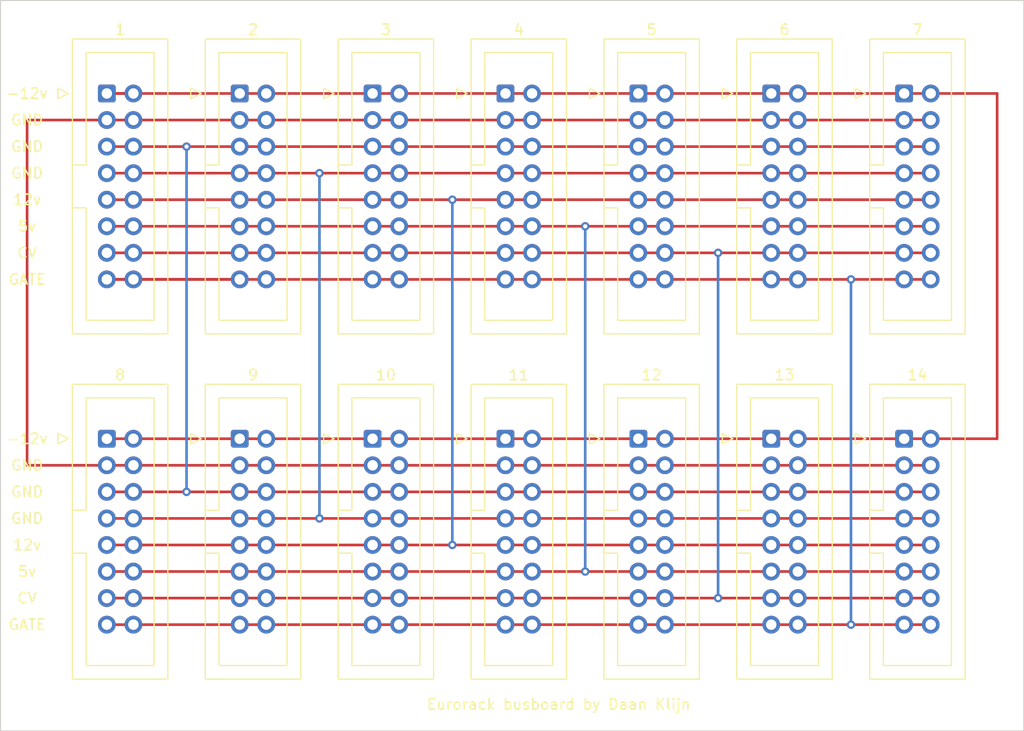
<source format=kicad_pcb>
(kicad_pcb (version 20171130) (host pcbnew "(5.1.6-0-10_14)")

  (general
    (thickness 1.6)
    (drawings 21)
    (tracks 55)
    (zones 0)
    (modules 18)
    (nets 1)
  )

  (page A4)
  (layers
    (0 F.Cu signal)
    (31 B.Cu signal)
    (32 B.Adhes user)
    (33 F.Adhes user)
    (34 B.Paste user)
    (35 F.Paste user)
    (36 B.SilkS user)
    (37 F.SilkS user)
    (38 B.Mask user)
    (39 F.Mask user)
    (40 Dwgs.User user)
    (41 Cmts.User user)
    (42 Eco1.User user)
    (43 Eco2.User user)
    (44 Edge.Cuts user)
    (45 Margin user hide)
    (46 B.CrtYd user)
    (47 F.CrtYd user)
    (48 B.Fab user hide)
    (49 F.Fab user hide)
  )

  (setup
    (last_trace_width 0.25)
    (trace_clearance 0.2)
    (zone_clearance 0.508)
    (zone_45_only no)
    (trace_min 0.2)
    (via_size 0.8)
    (via_drill 0.4)
    (via_min_size 0.4)
    (via_min_drill 0.3)
    (uvia_size 0.3)
    (uvia_drill 0.1)
    (uvias_allowed no)
    (uvia_min_size 0.2)
    (uvia_min_drill 0.1)
    (edge_width 0.05)
    (segment_width 0.2)
    (pcb_text_width 0.3)
    (pcb_text_size 1.5 1.5)
    (mod_edge_width 0.12)
    (mod_text_size 1 1)
    (mod_text_width 0.15)
    (pad_size 1.524 1.524)
    (pad_drill 0.762)
    (pad_to_mask_clearance 0.05)
    (aux_axis_origin 0 0)
    (visible_elements FFFFFF7F)
    (pcbplotparams
      (layerselection 0x010fc_ffffffff)
      (usegerberextensions false)
      (usegerberattributes true)
      (usegerberadvancedattributes true)
      (creategerberjobfile true)
      (excludeedgelayer true)
      (linewidth 0.100000)
      (plotframeref false)
      (viasonmask false)
      (mode 1)
      (useauxorigin false)
      (hpglpennumber 1)
      (hpglpenspeed 20)
      (hpglpendiameter 15.000000)
      (psnegative false)
      (psa4output false)
      (plotreference true)
      (plotvalue true)
      (plotinvisibletext false)
      (padsonsilk false)
      (subtractmaskfromsilk false)
      (outputformat 1)
      (mirror false)
      (drillshape 1)
      (scaleselection 1)
      (outputdirectory ""))
  )

  (net 0 "")

  (net_class Default "This is the default net class."
    (clearance 0.2)
    (trace_width 0.25)
    (via_dia 0.8)
    (via_drill 0.4)
    (uvia_dia 0.3)
    (uvia_drill 0.1)
  )

  (module MountingHole:MountingHole_2.2mm_M2 (layer F.Cu) (tedit 56D1B4CB) (tstamp 60F55798)
    (at 95.25 2.54)
    (descr "Mounting Hole 2.2mm, no annular, M2")
    (tags "mounting hole 2.2mm no annular m2")
    (attr virtual)
    (fp_text reference REF** (at 0 -3.2) (layer F.SilkS) hide
      (effects (font (size 1 1) (thickness 0.15)))
    )
    (fp_text value MountingHole_2.2mm_M2 (at 0 3.2) (layer F.Fab)
      (effects (font (size 1 1) (thickness 0.15)))
    )
    (fp_circle (center 0 0) (end 2.45 0) (layer F.CrtYd) (width 0.05))
    (fp_circle (center 0 0) (end 2.2 0) (layer Cmts.User) (width 0.15))
    (fp_text user %R (at 0.3 0) (layer F.Fab)
      (effects (font (size 1 1) (thickness 0.15)))
    )
    (pad 1 np_thru_hole circle (at 0 0) (size 2.2 2.2) (drill 2.2) (layers *.Cu *.Mask))
  )

  (module MountingHole:MountingHole_2.2mm_M2 (layer F.Cu) (tedit 56D1B4CB) (tstamp 60F5578A)
    (at 2.54 2.54)
    (descr "Mounting Hole 2.2mm, no annular, M2")
    (tags "mounting hole 2.2mm no annular m2")
    (attr virtual)
    (fp_text reference REF** (at 0 -3.2) (layer F.SilkS) hide
      (effects (font (size 1 1) (thickness 0.15)))
    )
    (fp_text value MountingHole_2.2mm_M2 (at 0 3.2) (layer F.Fab)
      (effects (font (size 1 1) (thickness 0.15)))
    )
    (fp_text user %R (at 0.3 0) (layer F.Fab)
      (effects (font (size 1 1) (thickness 0.15)))
    )
    (fp_circle (center 0 0) (end 2.2 0) (layer Cmts.User) (width 0.15))
    (fp_circle (center 0 0) (end 2.45 0) (layer F.CrtYd) (width 0.05))
    (pad 1 np_thru_hole circle (at 0 0) (size 2.2 2.2) (drill 2.2) (layers *.Cu *.Mask))
  )

  (module MountingHole:MountingHole_2.2mm_M2 (layer F.Cu) (tedit 56D1B4CB) (tstamp 60F5577C)
    (at 2.54 67.31)
    (descr "Mounting Hole 2.2mm, no annular, M2")
    (tags "mounting hole 2.2mm no annular m2")
    (attr virtual)
    (fp_text reference REF** (at 0 -3.2) (layer F.SilkS) hide
      (effects (font (size 1 1) (thickness 0.15)))
    )
    (fp_text value MountingHole_2.2mm_M2 (at 0 3.2) (layer F.Fab)
      (effects (font (size 1 1) (thickness 0.15)))
    )
    (fp_circle (center 0 0) (end 2.45 0) (layer F.CrtYd) (width 0.05))
    (fp_circle (center 0 0) (end 2.2 0) (layer Cmts.User) (width 0.15))
    (fp_text user %R (at 0.3 0) (layer F.Fab)
      (effects (font (size 1 1) (thickness 0.15)))
    )
    (pad 1 np_thru_hole circle (at 0 0) (size 2.2 2.2) (drill 2.2) (layers *.Cu *.Mask))
  )

  (module MountingHole:MountingHole_2.2mm_M2 (layer F.Cu) (tedit 56D1B4CB) (tstamp 60F55392)
    (at 95.25 67.31)
    (descr "Mounting Hole 2.2mm, no annular, M2")
    (tags "mounting hole 2.2mm no annular m2")
    (attr virtual)
    (fp_text reference REF** (at 0 -3.2) (layer F.SilkS) hide
      (effects (font (size 1 1) (thickness 0.15)))
    )
    (fp_text value MountingHole_2.2mm_M2 (at 0 3.2) (layer F.Fab)
      (effects (font (size 1 1) (thickness 0.15)))
    )
    (fp_text user %R (at 0.3 0) (layer F.Fab)
      (effects (font (size 1 1) (thickness 0.15)))
    )
    (fp_circle (center 0 0) (end 2.2 0) (layer Cmts.User) (width 0.15))
    (fp_circle (center 0 0) (end 2.45 0) (layer F.CrtYd) (width 0.05))
    (pad 1 np_thru_hole circle (at 0 0) (size 2.2 2.2) (drill 2.2) (layers *.Cu *.Mask))
  )

  (module Connector_IDC:IDC-Header_2x08_P2.54mm_Vertical (layer F.Cu) (tedit 5EAC9A07) (tstamp 60F52309)
    (at 86.36 8.89)
    (descr "Through hole IDC box header, 2x08, 2.54mm pitch, DIN 41651 / IEC 60603-13, double rows, https://docs.google.com/spreadsheets/d/16SsEcesNF15N3Lb4niX7dcUr-NY5_MFPQhobNuNppn4/edit#gid=0")
    (tags "Through hole vertical IDC box header THT 2x08 2.54mm double row")
    (fp_text reference 7 (at 1.27 -6.1) (layer F.SilkS)
      (effects (font (size 1 1) (thickness 0.15)))
    )
    (fp_text value IDC-Header_2x08_P2.54mm_Vertical (at 1.27 23.88) (layer F.Fab)
      (effects (font (size 1 1) (thickness 0.15)))
    )
    (fp_text user %R (at 1.27 8.89 90) (layer F.Fab)
      (effects (font (size 1 1) (thickness 0.15)))
    )
    (fp_line (start -3.18 -4.1) (end -2.18 -5.1) (layer F.Fab) (width 0.1))
    (fp_line (start -2.18 -5.1) (end 5.72 -5.1) (layer F.Fab) (width 0.1))
    (fp_line (start 5.72 -5.1) (end 5.72 22.88) (layer F.Fab) (width 0.1))
    (fp_line (start 5.72 22.88) (end -3.18 22.88) (layer F.Fab) (width 0.1))
    (fp_line (start -3.18 22.88) (end -3.18 -4.1) (layer F.Fab) (width 0.1))
    (fp_line (start -3.18 6.84) (end -1.98 6.84) (layer F.Fab) (width 0.1))
    (fp_line (start -1.98 6.84) (end -1.98 -3.91) (layer F.Fab) (width 0.1))
    (fp_line (start -1.98 -3.91) (end 4.52 -3.91) (layer F.Fab) (width 0.1))
    (fp_line (start 4.52 -3.91) (end 4.52 21.69) (layer F.Fab) (width 0.1))
    (fp_line (start 4.52 21.69) (end -1.98 21.69) (layer F.Fab) (width 0.1))
    (fp_line (start -1.98 21.69) (end -1.98 10.94) (layer F.Fab) (width 0.1))
    (fp_line (start -1.98 10.94) (end -1.98 10.94) (layer F.Fab) (width 0.1))
    (fp_line (start -1.98 10.94) (end -3.18 10.94) (layer F.Fab) (width 0.1))
    (fp_line (start -3.29 -5.21) (end 5.83 -5.21) (layer F.SilkS) (width 0.12))
    (fp_line (start 5.83 -5.21) (end 5.83 22.99) (layer F.SilkS) (width 0.12))
    (fp_line (start 5.83 22.99) (end -3.29 22.99) (layer F.SilkS) (width 0.12))
    (fp_line (start -3.29 22.99) (end -3.29 -5.21) (layer F.SilkS) (width 0.12))
    (fp_line (start -3.29 6.84) (end -1.98 6.84) (layer F.SilkS) (width 0.12))
    (fp_line (start -1.98 6.84) (end -1.98 -3.91) (layer F.SilkS) (width 0.12))
    (fp_line (start -1.98 -3.91) (end 4.52 -3.91) (layer F.SilkS) (width 0.12))
    (fp_line (start 4.52 -3.91) (end 4.52 21.69) (layer F.SilkS) (width 0.12))
    (fp_line (start 4.52 21.69) (end -1.98 21.69) (layer F.SilkS) (width 0.12))
    (fp_line (start -1.98 21.69) (end -1.98 10.94) (layer F.SilkS) (width 0.12))
    (fp_line (start -1.98 10.94) (end -1.98 10.94) (layer F.SilkS) (width 0.12))
    (fp_line (start -1.98 10.94) (end -3.29 10.94) (layer F.SilkS) (width 0.12))
    (fp_line (start -3.68 0) (end -4.68 -0.5) (layer F.SilkS) (width 0.12))
    (fp_line (start -4.68 -0.5) (end -4.68 0.5) (layer F.SilkS) (width 0.12))
    (fp_line (start -4.68 0.5) (end -3.68 0) (layer F.SilkS) (width 0.12))
    (fp_line (start -3.68 -5.6) (end -3.68 23.38) (layer F.CrtYd) (width 0.05))
    (fp_line (start -3.68 23.38) (end 6.22 23.38) (layer F.CrtYd) (width 0.05))
    (fp_line (start 6.22 23.38) (end 6.22 -5.6) (layer F.CrtYd) (width 0.05))
    (fp_line (start 6.22 -5.6) (end -3.68 -5.6) (layer F.CrtYd) (width 0.05))
    (pad 16 thru_hole circle (at 2.54 17.78) (size 1.7 1.7) (drill 1) (layers *.Cu *.Mask))
    (pad 14 thru_hole circle (at 2.54 15.24) (size 1.7 1.7) (drill 1) (layers *.Cu *.Mask))
    (pad 12 thru_hole circle (at 2.54 12.7) (size 1.7 1.7) (drill 1) (layers *.Cu *.Mask))
    (pad 10 thru_hole circle (at 2.54 10.16) (size 1.7 1.7) (drill 1) (layers *.Cu *.Mask))
    (pad 8 thru_hole circle (at 2.54 7.62) (size 1.7 1.7) (drill 1) (layers *.Cu *.Mask))
    (pad 6 thru_hole circle (at 2.54 5.08) (size 1.7 1.7) (drill 1) (layers *.Cu *.Mask))
    (pad 4 thru_hole circle (at 2.54 2.54) (size 1.7 1.7) (drill 1) (layers *.Cu *.Mask))
    (pad 2 thru_hole circle (at 2.54 0) (size 1.7 1.7) (drill 1) (layers *.Cu *.Mask))
    (pad 15 thru_hole circle (at 0 17.78) (size 1.7 1.7) (drill 1) (layers *.Cu *.Mask))
    (pad 13 thru_hole circle (at 0 15.24) (size 1.7 1.7) (drill 1) (layers *.Cu *.Mask))
    (pad 11 thru_hole circle (at 0 12.7) (size 1.7 1.7) (drill 1) (layers *.Cu *.Mask))
    (pad 9 thru_hole circle (at 0 10.16) (size 1.7 1.7) (drill 1) (layers *.Cu *.Mask))
    (pad 7 thru_hole circle (at 0 7.62) (size 1.7 1.7) (drill 1) (layers *.Cu *.Mask))
    (pad 5 thru_hole circle (at 0 5.08) (size 1.7 1.7) (drill 1) (layers *.Cu *.Mask))
    (pad 3 thru_hole circle (at 0 2.54) (size 1.7 1.7) (drill 1) (layers *.Cu *.Mask))
    (pad 1 thru_hole roundrect (at 0 0) (size 1.7 1.7) (drill 1) (layers *.Cu *.Mask) (roundrect_rratio 0.147059))
    (model ${KISYS3DMOD}/Connector_IDC.3dshapes/IDC-Header_2x08_P2.54mm_Vertical.wrl
      (at (xyz 0 0 0))
      (scale (xyz 1 1 1))
      (rotate (xyz 0 0 0))
    )
  )

  (module Connector_IDC:IDC-Header_2x08_P2.54mm_Vertical (layer F.Cu) (tedit 5EAC9A07) (tstamp 60F522D5)
    (at 86.36 41.91)
    (descr "Through hole IDC box header, 2x08, 2.54mm pitch, DIN 41651 / IEC 60603-13, double rows, https://docs.google.com/spreadsheets/d/16SsEcesNF15N3Lb4niX7dcUr-NY5_MFPQhobNuNppn4/edit#gid=0")
    (tags "Through hole vertical IDC box header THT 2x08 2.54mm double row")
    (fp_text reference 14 (at 1.27 -6.1) (layer F.SilkS)
      (effects (font (size 1 1) (thickness 0.15)))
    )
    (fp_text value IDC-Header_2x08_P2.54mm_Vertical (at 1.27 23.88) (layer F.Fab)
      (effects (font (size 1 1) (thickness 0.15)))
    )
    (fp_line (start 6.22 -5.6) (end -3.68 -5.6) (layer F.CrtYd) (width 0.05))
    (fp_line (start 6.22 23.38) (end 6.22 -5.6) (layer F.CrtYd) (width 0.05))
    (fp_line (start -3.68 23.38) (end 6.22 23.38) (layer F.CrtYd) (width 0.05))
    (fp_line (start -3.68 -5.6) (end -3.68 23.38) (layer F.CrtYd) (width 0.05))
    (fp_line (start -4.68 0.5) (end -3.68 0) (layer F.SilkS) (width 0.12))
    (fp_line (start -4.68 -0.5) (end -4.68 0.5) (layer F.SilkS) (width 0.12))
    (fp_line (start -3.68 0) (end -4.68 -0.5) (layer F.SilkS) (width 0.12))
    (fp_line (start -1.98 10.94) (end -3.29 10.94) (layer F.SilkS) (width 0.12))
    (fp_line (start -1.98 10.94) (end -1.98 10.94) (layer F.SilkS) (width 0.12))
    (fp_line (start -1.98 21.69) (end -1.98 10.94) (layer F.SilkS) (width 0.12))
    (fp_line (start 4.52 21.69) (end -1.98 21.69) (layer F.SilkS) (width 0.12))
    (fp_line (start 4.52 -3.91) (end 4.52 21.69) (layer F.SilkS) (width 0.12))
    (fp_line (start -1.98 -3.91) (end 4.52 -3.91) (layer F.SilkS) (width 0.12))
    (fp_line (start -1.98 6.84) (end -1.98 -3.91) (layer F.SilkS) (width 0.12))
    (fp_line (start -3.29 6.84) (end -1.98 6.84) (layer F.SilkS) (width 0.12))
    (fp_line (start -3.29 22.99) (end -3.29 -5.21) (layer F.SilkS) (width 0.12))
    (fp_line (start 5.83 22.99) (end -3.29 22.99) (layer F.SilkS) (width 0.12))
    (fp_line (start 5.83 -5.21) (end 5.83 22.99) (layer F.SilkS) (width 0.12))
    (fp_line (start -3.29 -5.21) (end 5.83 -5.21) (layer F.SilkS) (width 0.12))
    (fp_line (start -1.98 10.94) (end -3.18 10.94) (layer F.Fab) (width 0.1))
    (fp_line (start -1.98 10.94) (end -1.98 10.94) (layer F.Fab) (width 0.1))
    (fp_line (start -1.98 21.69) (end -1.98 10.94) (layer F.Fab) (width 0.1))
    (fp_line (start 4.52 21.69) (end -1.98 21.69) (layer F.Fab) (width 0.1))
    (fp_line (start 4.52 -3.91) (end 4.52 21.69) (layer F.Fab) (width 0.1))
    (fp_line (start -1.98 -3.91) (end 4.52 -3.91) (layer F.Fab) (width 0.1))
    (fp_line (start -1.98 6.84) (end -1.98 -3.91) (layer F.Fab) (width 0.1))
    (fp_line (start -3.18 6.84) (end -1.98 6.84) (layer F.Fab) (width 0.1))
    (fp_line (start -3.18 22.88) (end -3.18 -4.1) (layer F.Fab) (width 0.1))
    (fp_line (start 5.72 22.88) (end -3.18 22.88) (layer F.Fab) (width 0.1))
    (fp_line (start 5.72 -5.1) (end 5.72 22.88) (layer F.Fab) (width 0.1))
    (fp_line (start -2.18 -5.1) (end 5.72 -5.1) (layer F.Fab) (width 0.1))
    (fp_line (start -3.18 -4.1) (end -2.18 -5.1) (layer F.Fab) (width 0.1))
    (fp_text user %R (at 1.27 8.89 90) (layer F.Fab)
      (effects (font (size 1 1) (thickness 0.15)))
    )
    (pad 1 thru_hole roundrect (at 0 0) (size 1.7 1.7) (drill 1) (layers *.Cu *.Mask) (roundrect_rratio 0.147059))
    (pad 3 thru_hole circle (at 0 2.54) (size 1.7 1.7) (drill 1) (layers *.Cu *.Mask))
    (pad 5 thru_hole circle (at 0 5.08) (size 1.7 1.7) (drill 1) (layers *.Cu *.Mask))
    (pad 7 thru_hole circle (at 0 7.62) (size 1.7 1.7) (drill 1) (layers *.Cu *.Mask))
    (pad 9 thru_hole circle (at 0 10.16) (size 1.7 1.7) (drill 1) (layers *.Cu *.Mask))
    (pad 11 thru_hole circle (at 0 12.7) (size 1.7 1.7) (drill 1) (layers *.Cu *.Mask))
    (pad 13 thru_hole circle (at 0 15.24) (size 1.7 1.7) (drill 1) (layers *.Cu *.Mask))
    (pad 15 thru_hole circle (at 0 17.78) (size 1.7 1.7) (drill 1) (layers *.Cu *.Mask))
    (pad 2 thru_hole circle (at 2.54 0) (size 1.7 1.7) (drill 1) (layers *.Cu *.Mask))
    (pad 4 thru_hole circle (at 2.54 2.54) (size 1.7 1.7) (drill 1) (layers *.Cu *.Mask))
    (pad 6 thru_hole circle (at 2.54 5.08) (size 1.7 1.7) (drill 1) (layers *.Cu *.Mask))
    (pad 8 thru_hole circle (at 2.54 7.62) (size 1.7 1.7) (drill 1) (layers *.Cu *.Mask))
    (pad 10 thru_hole circle (at 2.54 10.16) (size 1.7 1.7) (drill 1) (layers *.Cu *.Mask))
    (pad 12 thru_hole circle (at 2.54 12.7) (size 1.7 1.7) (drill 1) (layers *.Cu *.Mask))
    (pad 14 thru_hole circle (at 2.54 15.24) (size 1.7 1.7) (drill 1) (layers *.Cu *.Mask))
    (pad 16 thru_hole circle (at 2.54 17.78) (size 1.7 1.7) (drill 1) (layers *.Cu *.Mask))
    (model ${KISYS3DMOD}/Connector_IDC.3dshapes/IDC-Header_2x08_P2.54mm_Vertical.wrl
      (at (xyz 0 0 0))
      (scale (xyz 1 1 1))
      (rotate (xyz 0 0 0))
    )
  )

  (module Connector_IDC:IDC-Header_2x08_P2.54mm_Vertical (layer F.Cu) (tedit 5EAC9A07) (tstamp 60F521D1)
    (at 48.26 41.91)
    (descr "Through hole IDC box header, 2x08, 2.54mm pitch, DIN 41651 / IEC 60603-13, double rows, https://docs.google.com/spreadsheets/d/16SsEcesNF15N3Lb4niX7dcUr-NY5_MFPQhobNuNppn4/edit#gid=0")
    (tags "Through hole vertical IDC box header THT 2x08 2.54mm double row")
    (fp_text reference 11 (at 1.27 -6.1) (layer F.SilkS)
      (effects (font (size 1 1) (thickness 0.15)))
    )
    (fp_text value IDC-Header_2x08_P2.54mm_Vertical (at 1.27 23.88) (layer F.Fab)
      (effects (font (size 1 1) (thickness 0.15)))
    )
    (fp_line (start 6.22 -5.6) (end -3.68 -5.6) (layer F.CrtYd) (width 0.05))
    (fp_line (start 6.22 23.38) (end 6.22 -5.6) (layer F.CrtYd) (width 0.05))
    (fp_line (start -3.68 23.38) (end 6.22 23.38) (layer F.CrtYd) (width 0.05))
    (fp_line (start -3.68 -5.6) (end -3.68 23.38) (layer F.CrtYd) (width 0.05))
    (fp_line (start -4.68 0.5) (end -3.68 0) (layer F.SilkS) (width 0.12))
    (fp_line (start -4.68 -0.5) (end -4.68 0.5) (layer F.SilkS) (width 0.12))
    (fp_line (start -3.68 0) (end -4.68 -0.5) (layer F.SilkS) (width 0.12))
    (fp_line (start -1.98 10.94) (end -3.29 10.94) (layer F.SilkS) (width 0.12))
    (fp_line (start -1.98 10.94) (end -1.98 10.94) (layer F.SilkS) (width 0.12))
    (fp_line (start -1.98 21.69) (end -1.98 10.94) (layer F.SilkS) (width 0.12))
    (fp_line (start 4.52 21.69) (end -1.98 21.69) (layer F.SilkS) (width 0.12))
    (fp_line (start 4.52 -3.91) (end 4.52 21.69) (layer F.SilkS) (width 0.12))
    (fp_line (start -1.98 -3.91) (end 4.52 -3.91) (layer F.SilkS) (width 0.12))
    (fp_line (start -1.98 6.84) (end -1.98 -3.91) (layer F.SilkS) (width 0.12))
    (fp_line (start -3.29 6.84) (end -1.98 6.84) (layer F.SilkS) (width 0.12))
    (fp_line (start -3.29 22.99) (end -3.29 -5.21) (layer F.SilkS) (width 0.12))
    (fp_line (start 5.83 22.99) (end -3.29 22.99) (layer F.SilkS) (width 0.12))
    (fp_line (start 5.83 -5.21) (end 5.83 22.99) (layer F.SilkS) (width 0.12))
    (fp_line (start -3.29 -5.21) (end 5.83 -5.21) (layer F.SilkS) (width 0.12))
    (fp_line (start -1.98 10.94) (end -3.18 10.94) (layer F.Fab) (width 0.1))
    (fp_line (start -1.98 10.94) (end -1.98 10.94) (layer F.Fab) (width 0.1))
    (fp_line (start -1.98 21.69) (end -1.98 10.94) (layer F.Fab) (width 0.1))
    (fp_line (start 4.52 21.69) (end -1.98 21.69) (layer F.Fab) (width 0.1))
    (fp_line (start 4.52 -3.91) (end 4.52 21.69) (layer F.Fab) (width 0.1))
    (fp_line (start -1.98 -3.91) (end 4.52 -3.91) (layer F.Fab) (width 0.1))
    (fp_line (start -1.98 6.84) (end -1.98 -3.91) (layer F.Fab) (width 0.1))
    (fp_line (start -3.18 6.84) (end -1.98 6.84) (layer F.Fab) (width 0.1))
    (fp_line (start -3.18 22.88) (end -3.18 -4.1) (layer F.Fab) (width 0.1))
    (fp_line (start 5.72 22.88) (end -3.18 22.88) (layer F.Fab) (width 0.1))
    (fp_line (start 5.72 -5.1) (end 5.72 22.88) (layer F.Fab) (width 0.1))
    (fp_line (start -2.18 -5.1) (end 5.72 -5.1) (layer F.Fab) (width 0.1))
    (fp_line (start -3.18 -4.1) (end -2.18 -5.1) (layer F.Fab) (width 0.1))
    (fp_text user %R (at 1.27 8.89 90) (layer F.Fab)
      (effects (font (size 1 1) (thickness 0.15)))
    )
    (pad 1 thru_hole roundrect (at 0 0) (size 1.7 1.7) (drill 1) (layers *.Cu *.Mask) (roundrect_rratio 0.147059))
    (pad 3 thru_hole circle (at 0 2.54) (size 1.7 1.7) (drill 1) (layers *.Cu *.Mask))
    (pad 5 thru_hole circle (at 0 5.08) (size 1.7 1.7) (drill 1) (layers *.Cu *.Mask))
    (pad 7 thru_hole circle (at 0 7.62) (size 1.7 1.7) (drill 1) (layers *.Cu *.Mask))
    (pad 9 thru_hole circle (at 0 10.16) (size 1.7 1.7) (drill 1) (layers *.Cu *.Mask))
    (pad 11 thru_hole circle (at 0 12.7) (size 1.7 1.7) (drill 1) (layers *.Cu *.Mask))
    (pad 13 thru_hole circle (at 0 15.24) (size 1.7 1.7) (drill 1) (layers *.Cu *.Mask))
    (pad 15 thru_hole circle (at 0 17.78) (size 1.7 1.7) (drill 1) (layers *.Cu *.Mask))
    (pad 2 thru_hole circle (at 2.54 0) (size 1.7 1.7) (drill 1) (layers *.Cu *.Mask))
    (pad 4 thru_hole circle (at 2.54 2.54) (size 1.7 1.7) (drill 1) (layers *.Cu *.Mask))
    (pad 6 thru_hole circle (at 2.54 5.08) (size 1.7 1.7) (drill 1) (layers *.Cu *.Mask))
    (pad 8 thru_hole circle (at 2.54 7.62) (size 1.7 1.7) (drill 1) (layers *.Cu *.Mask))
    (pad 10 thru_hole circle (at 2.54 10.16) (size 1.7 1.7) (drill 1) (layers *.Cu *.Mask))
    (pad 12 thru_hole circle (at 2.54 12.7) (size 1.7 1.7) (drill 1) (layers *.Cu *.Mask))
    (pad 14 thru_hole circle (at 2.54 15.24) (size 1.7 1.7) (drill 1) (layers *.Cu *.Mask))
    (pad 16 thru_hole circle (at 2.54 17.78) (size 1.7 1.7) (drill 1) (layers *.Cu *.Mask))
    (model ${KISYS3DMOD}/Connector_IDC.3dshapes/IDC-Header_2x08_P2.54mm_Vertical.wrl
      (at (xyz 0 0 0))
      (scale (xyz 1 1 1))
      (rotate (xyz 0 0 0))
    )
  )

  (module Connector_IDC:IDC-Header_2x08_P2.54mm_Vertical (layer F.Cu) (tedit 5EAC9A07) (tstamp 60F5219D)
    (at 35.56 8.89)
    (descr "Through hole IDC box header, 2x08, 2.54mm pitch, DIN 41651 / IEC 60603-13, double rows, https://docs.google.com/spreadsheets/d/16SsEcesNF15N3Lb4niX7dcUr-NY5_MFPQhobNuNppn4/edit#gid=0")
    (tags "Through hole vertical IDC box header THT 2x08 2.54mm double row")
    (fp_text reference 3 (at 1.27 -6.1) (layer F.SilkS)
      (effects (font (size 1 1) (thickness 0.15)))
    )
    (fp_text value IDC-Header_2x08_P2.54mm_Vertical (at 1.27 23.88) (layer F.Fab)
      (effects (font (size 1 1) (thickness 0.15)))
    )
    (fp_line (start 6.22 -5.6) (end -3.68 -5.6) (layer F.CrtYd) (width 0.05))
    (fp_line (start 6.22 23.38) (end 6.22 -5.6) (layer F.CrtYd) (width 0.05))
    (fp_line (start -3.68 23.38) (end 6.22 23.38) (layer F.CrtYd) (width 0.05))
    (fp_line (start -3.68 -5.6) (end -3.68 23.38) (layer F.CrtYd) (width 0.05))
    (fp_line (start -4.68 0.5) (end -3.68 0) (layer F.SilkS) (width 0.12))
    (fp_line (start -4.68 -0.5) (end -4.68 0.5) (layer F.SilkS) (width 0.12))
    (fp_line (start -3.68 0) (end -4.68 -0.5) (layer F.SilkS) (width 0.12))
    (fp_line (start -1.98 10.94) (end -3.29 10.94) (layer F.SilkS) (width 0.12))
    (fp_line (start -1.98 10.94) (end -1.98 10.94) (layer F.SilkS) (width 0.12))
    (fp_line (start -1.98 21.69) (end -1.98 10.94) (layer F.SilkS) (width 0.12))
    (fp_line (start 4.52 21.69) (end -1.98 21.69) (layer F.SilkS) (width 0.12))
    (fp_line (start 4.52 -3.91) (end 4.52 21.69) (layer F.SilkS) (width 0.12))
    (fp_line (start -1.98 -3.91) (end 4.52 -3.91) (layer F.SilkS) (width 0.12))
    (fp_line (start -1.98 6.84) (end -1.98 -3.91) (layer F.SilkS) (width 0.12))
    (fp_line (start -3.29 6.84) (end -1.98 6.84) (layer F.SilkS) (width 0.12))
    (fp_line (start -3.29 22.99) (end -3.29 -5.21) (layer F.SilkS) (width 0.12))
    (fp_line (start 5.83 22.99) (end -3.29 22.99) (layer F.SilkS) (width 0.12))
    (fp_line (start 5.83 -5.21) (end 5.83 22.99) (layer F.SilkS) (width 0.12))
    (fp_line (start -3.29 -5.21) (end 5.83 -5.21) (layer F.SilkS) (width 0.12))
    (fp_line (start -1.98 10.94) (end -3.18 10.94) (layer F.Fab) (width 0.1))
    (fp_line (start -1.98 10.94) (end -1.98 10.94) (layer F.Fab) (width 0.1))
    (fp_line (start -1.98 21.69) (end -1.98 10.94) (layer F.Fab) (width 0.1))
    (fp_line (start 4.52 21.69) (end -1.98 21.69) (layer F.Fab) (width 0.1))
    (fp_line (start 4.52 -3.91) (end 4.52 21.69) (layer F.Fab) (width 0.1))
    (fp_line (start -1.98 -3.91) (end 4.52 -3.91) (layer F.Fab) (width 0.1))
    (fp_line (start -1.98 6.84) (end -1.98 -3.91) (layer F.Fab) (width 0.1))
    (fp_line (start -3.18 6.84) (end -1.98 6.84) (layer F.Fab) (width 0.1))
    (fp_line (start -3.18 22.88) (end -3.18 -4.1) (layer F.Fab) (width 0.1))
    (fp_line (start 5.72 22.88) (end -3.18 22.88) (layer F.Fab) (width 0.1))
    (fp_line (start 5.72 -5.1) (end 5.72 22.88) (layer F.Fab) (width 0.1))
    (fp_line (start -2.18 -5.1) (end 5.72 -5.1) (layer F.Fab) (width 0.1))
    (fp_line (start -3.18 -4.1) (end -2.18 -5.1) (layer F.Fab) (width 0.1))
    (fp_text user %R (at 1.27 8.89 90) (layer F.Fab)
      (effects (font (size 1 1) (thickness 0.15)))
    )
    (pad 1 thru_hole roundrect (at 0 0) (size 1.7 1.7) (drill 1) (layers *.Cu *.Mask) (roundrect_rratio 0.147059))
    (pad 3 thru_hole circle (at 0 2.54) (size 1.7 1.7) (drill 1) (layers *.Cu *.Mask))
    (pad 5 thru_hole circle (at 0 5.08) (size 1.7 1.7) (drill 1) (layers *.Cu *.Mask))
    (pad 7 thru_hole circle (at 0 7.62) (size 1.7 1.7) (drill 1) (layers *.Cu *.Mask))
    (pad 9 thru_hole circle (at 0 10.16) (size 1.7 1.7) (drill 1) (layers *.Cu *.Mask))
    (pad 11 thru_hole circle (at 0 12.7) (size 1.7 1.7) (drill 1) (layers *.Cu *.Mask))
    (pad 13 thru_hole circle (at 0 15.24) (size 1.7 1.7) (drill 1) (layers *.Cu *.Mask))
    (pad 15 thru_hole circle (at 0 17.78) (size 1.7 1.7) (drill 1) (layers *.Cu *.Mask))
    (pad 2 thru_hole circle (at 2.54 0) (size 1.7 1.7) (drill 1) (layers *.Cu *.Mask))
    (pad 4 thru_hole circle (at 2.54 2.54) (size 1.7 1.7) (drill 1) (layers *.Cu *.Mask))
    (pad 6 thru_hole circle (at 2.54 5.08) (size 1.7 1.7) (drill 1) (layers *.Cu *.Mask))
    (pad 8 thru_hole circle (at 2.54 7.62) (size 1.7 1.7) (drill 1) (layers *.Cu *.Mask))
    (pad 10 thru_hole circle (at 2.54 10.16) (size 1.7 1.7) (drill 1) (layers *.Cu *.Mask))
    (pad 12 thru_hole circle (at 2.54 12.7) (size 1.7 1.7) (drill 1) (layers *.Cu *.Mask))
    (pad 14 thru_hole circle (at 2.54 15.24) (size 1.7 1.7) (drill 1) (layers *.Cu *.Mask))
    (pad 16 thru_hole circle (at 2.54 17.78) (size 1.7 1.7) (drill 1) (layers *.Cu *.Mask))
    (model ${KISYS3DMOD}/Connector_IDC.3dshapes/IDC-Header_2x08_P2.54mm_Vertical.wrl
      (at (xyz 0 0 0))
      (scale (xyz 1 1 1))
      (rotate (xyz 0 0 0))
    )
  )

  (module Connector_IDC:IDC-Header_2x08_P2.54mm_Vertical (layer F.Cu) (tedit 5EAC9A07) (tstamp 60F52169)
    (at 35.56 41.91)
    (descr "Through hole IDC box header, 2x08, 2.54mm pitch, DIN 41651 / IEC 60603-13, double rows, https://docs.google.com/spreadsheets/d/16SsEcesNF15N3Lb4niX7dcUr-NY5_MFPQhobNuNppn4/edit#gid=0")
    (tags "Through hole vertical IDC box header THT 2x08 2.54mm double row")
    (fp_text reference 10 (at 1.27 -6.1) (layer F.SilkS)
      (effects (font (size 1 1) (thickness 0.15)))
    )
    (fp_text value IDC-Header_2x08_P2.54mm_Vertical (at 1.27 23.88) (layer F.Fab)
      (effects (font (size 1 1) (thickness 0.15)))
    )
    (fp_text user %R (at 1.27 8.89 90) (layer F.Fab)
      (effects (font (size 1 1) (thickness 0.15)))
    )
    (fp_line (start -3.18 -4.1) (end -2.18 -5.1) (layer F.Fab) (width 0.1))
    (fp_line (start -2.18 -5.1) (end 5.72 -5.1) (layer F.Fab) (width 0.1))
    (fp_line (start 5.72 -5.1) (end 5.72 22.88) (layer F.Fab) (width 0.1))
    (fp_line (start 5.72 22.88) (end -3.18 22.88) (layer F.Fab) (width 0.1))
    (fp_line (start -3.18 22.88) (end -3.18 -4.1) (layer F.Fab) (width 0.1))
    (fp_line (start -3.18 6.84) (end -1.98 6.84) (layer F.Fab) (width 0.1))
    (fp_line (start -1.98 6.84) (end -1.98 -3.91) (layer F.Fab) (width 0.1))
    (fp_line (start -1.98 -3.91) (end 4.52 -3.91) (layer F.Fab) (width 0.1))
    (fp_line (start 4.52 -3.91) (end 4.52 21.69) (layer F.Fab) (width 0.1))
    (fp_line (start 4.52 21.69) (end -1.98 21.69) (layer F.Fab) (width 0.1))
    (fp_line (start -1.98 21.69) (end -1.98 10.94) (layer F.Fab) (width 0.1))
    (fp_line (start -1.98 10.94) (end -1.98 10.94) (layer F.Fab) (width 0.1))
    (fp_line (start -1.98 10.94) (end -3.18 10.94) (layer F.Fab) (width 0.1))
    (fp_line (start -3.29 -5.21) (end 5.83 -5.21) (layer F.SilkS) (width 0.12))
    (fp_line (start 5.83 -5.21) (end 5.83 22.99) (layer F.SilkS) (width 0.12))
    (fp_line (start 5.83 22.99) (end -3.29 22.99) (layer F.SilkS) (width 0.12))
    (fp_line (start -3.29 22.99) (end -3.29 -5.21) (layer F.SilkS) (width 0.12))
    (fp_line (start -3.29 6.84) (end -1.98 6.84) (layer F.SilkS) (width 0.12))
    (fp_line (start -1.98 6.84) (end -1.98 -3.91) (layer F.SilkS) (width 0.12))
    (fp_line (start -1.98 -3.91) (end 4.52 -3.91) (layer F.SilkS) (width 0.12))
    (fp_line (start 4.52 -3.91) (end 4.52 21.69) (layer F.SilkS) (width 0.12))
    (fp_line (start 4.52 21.69) (end -1.98 21.69) (layer F.SilkS) (width 0.12))
    (fp_line (start -1.98 21.69) (end -1.98 10.94) (layer F.SilkS) (width 0.12))
    (fp_line (start -1.98 10.94) (end -1.98 10.94) (layer F.SilkS) (width 0.12))
    (fp_line (start -1.98 10.94) (end -3.29 10.94) (layer F.SilkS) (width 0.12))
    (fp_line (start -3.68 0) (end -4.68 -0.5) (layer F.SilkS) (width 0.12))
    (fp_line (start -4.68 -0.5) (end -4.68 0.5) (layer F.SilkS) (width 0.12))
    (fp_line (start -4.68 0.5) (end -3.68 0) (layer F.SilkS) (width 0.12))
    (fp_line (start -3.68 -5.6) (end -3.68 23.38) (layer F.CrtYd) (width 0.05))
    (fp_line (start -3.68 23.38) (end 6.22 23.38) (layer F.CrtYd) (width 0.05))
    (fp_line (start 6.22 23.38) (end 6.22 -5.6) (layer F.CrtYd) (width 0.05))
    (fp_line (start 6.22 -5.6) (end -3.68 -5.6) (layer F.CrtYd) (width 0.05))
    (pad 16 thru_hole circle (at 2.54 17.78) (size 1.7 1.7) (drill 1) (layers *.Cu *.Mask))
    (pad 14 thru_hole circle (at 2.54 15.24) (size 1.7 1.7) (drill 1) (layers *.Cu *.Mask))
    (pad 12 thru_hole circle (at 2.54 12.7) (size 1.7 1.7) (drill 1) (layers *.Cu *.Mask))
    (pad 10 thru_hole circle (at 2.54 10.16) (size 1.7 1.7) (drill 1) (layers *.Cu *.Mask))
    (pad 8 thru_hole circle (at 2.54 7.62) (size 1.7 1.7) (drill 1) (layers *.Cu *.Mask))
    (pad 6 thru_hole circle (at 2.54 5.08) (size 1.7 1.7) (drill 1) (layers *.Cu *.Mask))
    (pad 4 thru_hole circle (at 2.54 2.54) (size 1.7 1.7) (drill 1) (layers *.Cu *.Mask))
    (pad 2 thru_hole circle (at 2.54 0) (size 1.7 1.7) (drill 1) (layers *.Cu *.Mask))
    (pad 15 thru_hole circle (at 0 17.78) (size 1.7 1.7) (drill 1) (layers *.Cu *.Mask))
    (pad 13 thru_hole circle (at 0 15.24) (size 1.7 1.7) (drill 1) (layers *.Cu *.Mask))
    (pad 11 thru_hole circle (at 0 12.7) (size 1.7 1.7) (drill 1) (layers *.Cu *.Mask))
    (pad 9 thru_hole circle (at 0 10.16) (size 1.7 1.7) (drill 1) (layers *.Cu *.Mask))
    (pad 7 thru_hole circle (at 0 7.62) (size 1.7 1.7) (drill 1) (layers *.Cu *.Mask))
    (pad 5 thru_hole circle (at 0 5.08) (size 1.7 1.7) (drill 1) (layers *.Cu *.Mask))
    (pad 3 thru_hole circle (at 0 2.54) (size 1.7 1.7) (drill 1) (layers *.Cu *.Mask))
    (pad 1 thru_hole roundrect (at 0 0) (size 1.7 1.7) (drill 1) (layers *.Cu *.Mask) (roundrect_rratio 0.147059))
    (model ${KISYS3DMOD}/Connector_IDC.3dshapes/IDC-Header_2x08_P2.54mm_Vertical.wrl
      (at (xyz 0 0 0))
      (scale (xyz 1 1 1))
      (rotate (xyz 0 0 0))
    )
  )

  (module Connector_IDC:IDC-Header_2x08_P2.54mm_Vertical (layer F.Cu) (tedit 5EAC9A07) (tstamp 60F52135)
    (at 48.26 8.89)
    (descr "Through hole IDC box header, 2x08, 2.54mm pitch, DIN 41651 / IEC 60603-13, double rows, https://docs.google.com/spreadsheets/d/16SsEcesNF15N3Lb4niX7dcUr-NY5_MFPQhobNuNppn4/edit#gid=0")
    (tags "Through hole vertical IDC box header THT 2x08 2.54mm double row")
    (fp_text reference 4 (at 1.27 -6.1) (layer F.SilkS)
      (effects (font (size 1 1) (thickness 0.15)))
    )
    (fp_text value IDC-Header_2x08_P2.54mm_Vertical (at 1.27 23.88) (layer F.Fab)
      (effects (font (size 1 1) (thickness 0.15)))
    )
    (fp_text user %R (at 1.27 8.89 90) (layer F.Fab)
      (effects (font (size 1 1) (thickness 0.15)))
    )
    (fp_line (start -3.18 -4.1) (end -2.18 -5.1) (layer F.Fab) (width 0.1))
    (fp_line (start -2.18 -5.1) (end 5.72 -5.1) (layer F.Fab) (width 0.1))
    (fp_line (start 5.72 -5.1) (end 5.72 22.88) (layer F.Fab) (width 0.1))
    (fp_line (start 5.72 22.88) (end -3.18 22.88) (layer F.Fab) (width 0.1))
    (fp_line (start -3.18 22.88) (end -3.18 -4.1) (layer F.Fab) (width 0.1))
    (fp_line (start -3.18 6.84) (end -1.98 6.84) (layer F.Fab) (width 0.1))
    (fp_line (start -1.98 6.84) (end -1.98 -3.91) (layer F.Fab) (width 0.1))
    (fp_line (start -1.98 -3.91) (end 4.52 -3.91) (layer F.Fab) (width 0.1))
    (fp_line (start 4.52 -3.91) (end 4.52 21.69) (layer F.Fab) (width 0.1))
    (fp_line (start 4.52 21.69) (end -1.98 21.69) (layer F.Fab) (width 0.1))
    (fp_line (start -1.98 21.69) (end -1.98 10.94) (layer F.Fab) (width 0.1))
    (fp_line (start -1.98 10.94) (end -1.98 10.94) (layer F.Fab) (width 0.1))
    (fp_line (start -1.98 10.94) (end -3.18 10.94) (layer F.Fab) (width 0.1))
    (fp_line (start -3.29 -5.21) (end 5.83 -5.21) (layer F.SilkS) (width 0.12))
    (fp_line (start 5.83 -5.21) (end 5.83 22.99) (layer F.SilkS) (width 0.12))
    (fp_line (start 5.83 22.99) (end -3.29 22.99) (layer F.SilkS) (width 0.12))
    (fp_line (start -3.29 22.99) (end -3.29 -5.21) (layer F.SilkS) (width 0.12))
    (fp_line (start -3.29 6.84) (end -1.98 6.84) (layer F.SilkS) (width 0.12))
    (fp_line (start -1.98 6.84) (end -1.98 -3.91) (layer F.SilkS) (width 0.12))
    (fp_line (start -1.98 -3.91) (end 4.52 -3.91) (layer F.SilkS) (width 0.12))
    (fp_line (start 4.52 -3.91) (end 4.52 21.69) (layer F.SilkS) (width 0.12))
    (fp_line (start 4.52 21.69) (end -1.98 21.69) (layer F.SilkS) (width 0.12))
    (fp_line (start -1.98 21.69) (end -1.98 10.94) (layer F.SilkS) (width 0.12))
    (fp_line (start -1.98 10.94) (end -1.98 10.94) (layer F.SilkS) (width 0.12))
    (fp_line (start -1.98 10.94) (end -3.29 10.94) (layer F.SilkS) (width 0.12))
    (fp_line (start -3.68 0) (end -4.68 -0.5) (layer F.SilkS) (width 0.12))
    (fp_line (start -4.68 -0.5) (end -4.68 0.5) (layer F.SilkS) (width 0.12))
    (fp_line (start -4.68 0.5) (end -3.68 0) (layer F.SilkS) (width 0.12))
    (fp_line (start -3.68 -5.6) (end -3.68 23.38) (layer F.CrtYd) (width 0.05))
    (fp_line (start -3.68 23.38) (end 6.22 23.38) (layer F.CrtYd) (width 0.05))
    (fp_line (start 6.22 23.38) (end 6.22 -5.6) (layer F.CrtYd) (width 0.05))
    (fp_line (start 6.22 -5.6) (end -3.68 -5.6) (layer F.CrtYd) (width 0.05))
    (pad 16 thru_hole circle (at 2.54 17.78) (size 1.7 1.7) (drill 1) (layers *.Cu *.Mask))
    (pad 14 thru_hole circle (at 2.54 15.24) (size 1.7 1.7) (drill 1) (layers *.Cu *.Mask))
    (pad 12 thru_hole circle (at 2.54 12.7) (size 1.7 1.7) (drill 1) (layers *.Cu *.Mask))
    (pad 10 thru_hole circle (at 2.54 10.16) (size 1.7 1.7) (drill 1) (layers *.Cu *.Mask))
    (pad 8 thru_hole circle (at 2.54 7.62) (size 1.7 1.7) (drill 1) (layers *.Cu *.Mask))
    (pad 6 thru_hole circle (at 2.54 5.08) (size 1.7 1.7) (drill 1) (layers *.Cu *.Mask))
    (pad 4 thru_hole circle (at 2.54 2.54) (size 1.7 1.7) (drill 1) (layers *.Cu *.Mask))
    (pad 2 thru_hole circle (at 2.54 0) (size 1.7 1.7) (drill 1) (layers *.Cu *.Mask))
    (pad 15 thru_hole circle (at 0 17.78) (size 1.7 1.7) (drill 1) (layers *.Cu *.Mask))
    (pad 13 thru_hole circle (at 0 15.24) (size 1.7 1.7) (drill 1) (layers *.Cu *.Mask))
    (pad 11 thru_hole circle (at 0 12.7) (size 1.7 1.7) (drill 1) (layers *.Cu *.Mask))
    (pad 9 thru_hole circle (at 0 10.16) (size 1.7 1.7) (drill 1) (layers *.Cu *.Mask))
    (pad 7 thru_hole circle (at 0 7.62) (size 1.7 1.7) (drill 1) (layers *.Cu *.Mask))
    (pad 5 thru_hole circle (at 0 5.08) (size 1.7 1.7) (drill 1) (layers *.Cu *.Mask))
    (pad 3 thru_hole circle (at 0 2.54) (size 1.7 1.7) (drill 1) (layers *.Cu *.Mask))
    (pad 1 thru_hole roundrect (at 0 0) (size 1.7 1.7) (drill 1) (layers *.Cu *.Mask) (roundrect_rratio 0.147059))
    (model ${KISYS3DMOD}/Connector_IDC.3dshapes/IDC-Header_2x08_P2.54mm_Vertical.wrl
      (at (xyz 0 0 0))
      (scale (xyz 1 1 1))
      (rotate (xyz 0 0 0))
    )
  )

  (module Connector_IDC:IDC-Header_2x08_P2.54mm_Vertical (layer F.Cu) (tedit 5EAC9A07) (tstamp 60F51F61)
    (at 73.66 8.89)
    (descr "Through hole IDC box header, 2x08, 2.54mm pitch, DIN 41651 / IEC 60603-13, double rows, https://docs.google.com/spreadsheets/d/16SsEcesNF15N3Lb4niX7dcUr-NY5_MFPQhobNuNppn4/edit#gid=0")
    (tags "Through hole vertical IDC box header THT 2x08 2.54mm double row")
    (fp_text reference 6 (at 1.27 -6.1) (layer F.SilkS)
      (effects (font (size 1 1) (thickness 0.15)))
    )
    (fp_text value IDC-Header_2x08_P2.54mm_Vertical (at 1.27 23.88) (layer F.Fab)
      (effects (font (size 1 1) (thickness 0.15)))
    )
    (fp_line (start 6.22 -5.6) (end -3.68 -5.6) (layer F.CrtYd) (width 0.05))
    (fp_line (start 6.22 23.38) (end 6.22 -5.6) (layer F.CrtYd) (width 0.05))
    (fp_line (start -3.68 23.38) (end 6.22 23.38) (layer F.CrtYd) (width 0.05))
    (fp_line (start -3.68 -5.6) (end -3.68 23.38) (layer F.CrtYd) (width 0.05))
    (fp_line (start -4.68 0.5) (end -3.68 0) (layer F.SilkS) (width 0.12))
    (fp_line (start -4.68 -0.5) (end -4.68 0.5) (layer F.SilkS) (width 0.12))
    (fp_line (start -3.68 0) (end -4.68 -0.5) (layer F.SilkS) (width 0.12))
    (fp_line (start -1.98 10.94) (end -3.29 10.94) (layer F.SilkS) (width 0.12))
    (fp_line (start -1.98 10.94) (end -1.98 10.94) (layer F.SilkS) (width 0.12))
    (fp_line (start -1.98 21.69) (end -1.98 10.94) (layer F.SilkS) (width 0.12))
    (fp_line (start 4.52 21.69) (end -1.98 21.69) (layer F.SilkS) (width 0.12))
    (fp_line (start 4.52 -3.91) (end 4.52 21.69) (layer F.SilkS) (width 0.12))
    (fp_line (start -1.98 -3.91) (end 4.52 -3.91) (layer F.SilkS) (width 0.12))
    (fp_line (start -1.98 6.84) (end -1.98 -3.91) (layer F.SilkS) (width 0.12))
    (fp_line (start -3.29 6.84) (end -1.98 6.84) (layer F.SilkS) (width 0.12))
    (fp_line (start -3.29 22.99) (end -3.29 -5.21) (layer F.SilkS) (width 0.12))
    (fp_line (start 5.83 22.99) (end -3.29 22.99) (layer F.SilkS) (width 0.12))
    (fp_line (start 5.83 -5.21) (end 5.83 22.99) (layer F.SilkS) (width 0.12))
    (fp_line (start -3.29 -5.21) (end 5.83 -5.21) (layer F.SilkS) (width 0.12))
    (fp_line (start -1.98 10.94) (end -3.18 10.94) (layer F.Fab) (width 0.1))
    (fp_line (start -1.98 10.94) (end -1.98 10.94) (layer F.Fab) (width 0.1))
    (fp_line (start -1.98 21.69) (end -1.98 10.94) (layer F.Fab) (width 0.1))
    (fp_line (start 4.52 21.69) (end -1.98 21.69) (layer F.Fab) (width 0.1))
    (fp_line (start 4.52 -3.91) (end 4.52 21.69) (layer F.Fab) (width 0.1))
    (fp_line (start -1.98 -3.91) (end 4.52 -3.91) (layer F.Fab) (width 0.1))
    (fp_line (start -1.98 6.84) (end -1.98 -3.91) (layer F.Fab) (width 0.1))
    (fp_line (start -3.18 6.84) (end -1.98 6.84) (layer F.Fab) (width 0.1))
    (fp_line (start -3.18 22.88) (end -3.18 -4.1) (layer F.Fab) (width 0.1))
    (fp_line (start 5.72 22.88) (end -3.18 22.88) (layer F.Fab) (width 0.1))
    (fp_line (start 5.72 -5.1) (end 5.72 22.88) (layer F.Fab) (width 0.1))
    (fp_line (start -2.18 -5.1) (end 5.72 -5.1) (layer F.Fab) (width 0.1))
    (fp_line (start -3.18 -4.1) (end -2.18 -5.1) (layer F.Fab) (width 0.1))
    (fp_text user %R (at 1.27 8.89 90) (layer F.Fab)
      (effects (font (size 1 1) (thickness 0.15)))
    )
    (pad 1 thru_hole roundrect (at 0 0) (size 1.7 1.7) (drill 1) (layers *.Cu *.Mask) (roundrect_rratio 0.147059))
    (pad 3 thru_hole circle (at 0 2.54) (size 1.7 1.7) (drill 1) (layers *.Cu *.Mask))
    (pad 5 thru_hole circle (at 0 5.08) (size 1.7 1.7) (drill 1) (layers *.Cu *.Mask))
    (pad 7 thru_hole circle (at 0 7.62) (size 1.7 1.7) (drill 1) (layers *.Cu *.Mask))
    (pad 9 thru_hole circle (at 0 10.16) (size 1.7 1.7) (drill 1) (layers *.Cu *.Mask))
    (pad 11 thru_hole circle (at 0 12.7) (size 1.7 1.7) (drill 1) (layers *.Cu *.Mask))
    (pad 13 thru_hole circle (at 0 15.24) (size 1.7 1.7) (drill 1) (layers *.Cu *.Mask))
    (pad 15 thru_hole circle (at 0 17.78) (size 1.7 1.7) (drill 1) (layers *.Cu *.Mask))
    (pad 2 thru_hole circle (at 2.54 0) (size 1.7 1.7) (drill 1) (layers *.Cu *.Mask))
    (pad 4 thru_hole circle (at 2.54 2.54) (size 1.7 1.7) (drill 1) (layers *.Cu *.Mask))
    (pad 6 thru_hole circle (at 2.54 5.08) (size 1.7 1.7) (drill 1) (layers *.Cu *.Mask))
    (pad 8 thru_hole circle (at 2.54 7.62) (size 1.7 1.7) (drill 1) (layers *.Cu *.Mask))
    (pad 10 thru_hole circle (at 2.54 10.16) (size 1.7 1.7) (drill 1) (layers *.Cu *.Mask))
    (pad 12 thru_hole circle (at 2.54 12.7) (size 1.7 1.7) (drill 1) (layers *.Cu *.Mask))
    (pad 14 thru_hole circle (at 2.54 15.24) (size 1.7 1.7) (drill 1) (layers *.Cu *.Mask))
    (pad 16 thru_hole circle (at 2.54 17.78) (size 1.7 1.7) (drill 1) (layers *.Cu *.Mask))
    (model ${KISYS3DMOD}/Connector_IDC.3dshapes/IDC-Header_2x08_P2.54mm_Vertical.wrl
      (at (xyz 0 0 0))
      (scale (xyz 1 1 1))
      (rotate (xyz 0 0 0))
    )
  )

  (module Connector_IDC:IDC-Header_2x08_P2.54mm_Vertical (layer F.Cu) (tedit 5EAC9A07) (tstamp 60F51F2D)
    (at 60.96 41.91)
    (descr "Through hole IDC box header, 2x08, 2.54mm pitch, DIN 41651 / IEC 60603-13, double rows, https://docs.google.com/spreadsheets/d/16SsEcesNF15N3Lb4niX7dcUr-NY5_MFPQhobNuNppn4/edit#gid=0")
    (tags "Through hole vertical IDC box header THT 2x08 2.54mm double row")
    (fp_text reference 12 (at 1.27 -6.1) (layer F.SilkS)
      (effects (font (size 1 1) (thickness 0.15)))
    )
    (fp_text value IDC-Header_2x08_P2.54mm_Vertical (at 1.27 23.88) (layer F.Fab)
      (effects (font (size 1 1) (thickness 0.15)))
    )
    (fp_line (start 6.22 -5.6) (end -3.68 -5.6) (layer F.CrtYd) (width 0.05))
    (fp_line (start 6.22 23.38) (end 6.22 -5.6) (layer F.CrtYd) (width 0.05))
    (fp_line (start -3.68 23.38) (end 6.22 23.38) (layer F.CrtYd) (width 0.05))
    (fp_line (start -3.68 -5.6) (end -3.68 23.38) (layer F.CrtYd) (width 0.05))
    (fp_line (start -4.68 0.5) (end -3.68 0) (layer F.SilkS) (width 0.12))
    (fp_line (start -4.68 -0.5) (end -4.68 0.5) (layer F.SilkS) (width 0.12))
    (fp_line (start -3.68 0) (end -4.68 -0.5) (layer F.SilkS) (width 0.12))
    (fp_line (start -1.98 10.94) (end -3.29 10.94) (layer F.SilkS) (width 0.12))
    (fp_line (start -1.98 10.94) (end -1.98 10.94) (layer F.SilkS) (width 0.12))
    (fp_line (start -1.98 21.69) (end -1.98 10.94) (layer F.SilkS) (width 0.12))
    (fp_line (start 4.52 21.69) (end -1.98 21.69) (layer F.SilkS) (width 0.12))
    (fp_line (start 4.52 -3.91) (end 4.52 21.69) (layer F.SilkS) (width 0.12))
    (fp_line (start -1.98 -3.91) (end 4.52 -3.91) (layer F.SilkS) (width 0.12))
    (fp_line (start -1.98 6.84) (end -1.98 -3.91) (layer F.SilkS) (width 0.12))
    (fp_line (start -3.29 6.84) (end -1.98 6.84) (layer F.SilkS) (width 0.12))
    (fp_line (start -3.29 22.99) (end -3.29 -5.21) (layer F.SilkS) (width 0.12))
    (fp_line (start 5.83 22.99) (end -3.29 22.99) (layer F.SilkS) (width 0.12))
    (fp_line (start 5.83 -5.21) (end 5.83 22.99) (layer F.SilkS) (width 0.12))
    (fp_line (start -3.29 -5.21) (end 5.83 -5.21) (layer F.SilkS) (width 0.12))
    (fp_line (start -1.98 10.94) (end -3.18 10.94) (layer F.Fab) (width 0.1))
    (fp_line (start -1.98 10.94) (end -1.98 10.94) (layer F.Fab) (width 0.1))
    (fp_line (start -1.98 21.69) (end -1.98 10.94) (layer F.Fab) (width 0.1))
    (fp_line (start 4.52 21.69) (end -1.98 21.69) (layer F.Fab) (width 0.1))
    (fp_line (start 4.52 -3.91) (end 4.52 21.69) (layer F.Fab) (width 0.1))
    (fp_line (start -1.98 -3.91) (end 4.52 -3.91) (layer F.Fab) (width 0.1))
    (fp_line (start -1.98 6.84) (end -1.98 -3.91) (layer F.Fab) (width 0.1))
    (fp_line (start -3.18 6.84) (end -1.98 6.84) (layer F.Fab) (width 0.1))
    (fp_line (start -3.18 22.88) (end -3.18 -4.1) (layer F.Fab) (width 0.1))
    (fp_line (start 5.72 22.88) (end -3.18 22.88) (layer F.Fab) (width 0.1))
    (fp_line (start 5.72 -5.1) (end 5.72 22.88) (layer F.Fab) (width 0.1))
    (fp_line (start -2.18 -5.1) (end 5.72 -5.1) (layer F.Fab) (width 0.1))
    (fp_line (start -3.18 -4.1) (end -2.18 -5.1) (layer F.Fab) (width 0.1))
    (fp_text user %R (at 1.27 8.89 90) (layer F.Fab)
      (effects (font (size 1 1) (thickness 0.15)))
    )
    (pad 1 thru_hole roundrect (at 0 0) (size 1.7 1.7) (drill 1) (layers *.Cu *.Mask) (roundrect_rratio 0.147059))
    (pad 3 thru_hole circle (at 0 2.54) (size 1.7 1.7) (drill 1) (layers *.Cu *.Mask))
    (pad 5 thru_hole circle (at 0 5.08) (size 1.7 1.7) (drill 1) (layers *.Cu *.Mask))
    (pad 7 thru_hole circle (at 0 7.62) (size 1.7 1.7) (drill 1) (layers *.Cu *.Mask))
    (pad 9 thru_hole circle (at 0 10.16) (size 1.7 1.7) (drill 1) (layers *.Cu *.Mask))
    (pad 11 thru_hole circle (at 0 12.7) (size 1.7 1.7) (drill 1) (layers *.Cu *.Mask))
    (pad 13 thru_hole circle (at 0 15.24) (size 1.7 1.7) (drill 1) (layers *.Cu *.Mask))
    (pad 15 thru_hole circle (at 0 17.78) (size 1.7 1.7) (drill 1) (layers *.Cu *.Mask))
    (pad 2 thru_hole circle (at 2.54 0) (size 1.7 1.7) (drill 1) (layers *.Cu *.Mask))
    (pad 4 thru_hole circle (at 2.54 2.54) (size 1.7 1.7) (drill 1) (layers *.Cu *.Mask))
    (pad 6 thru_hole circle (at 2.54 5.08) (size 1.7 1.7) (drill 1) (layers *.Cu *.Mask))
    (pad 8 thru_hole circle (at 2.54 7.62) (size 1.7 1.7) (drill 1) (layers *.Cu *.Mask))
    (pad 10 thru_hole circle (at 2.54 10.16) (size 1.7 1.7) (drill 1) (layers *.Cu *.Mask))
    (pad 12 thru_hole circle (at 2.54 12.7) (size 1.7 1.7) (drill 1) (layers *.Cu *.Mask))
    (pad 14 thru_hole circle (at 2.54 15.24) (size 1.7 1.7) (drill 1) (layers *.Cu *.Mask))
    (pad 16 thru_hole circle (at 2.54 17.78) (size 1.7 1.7) (drill 1) (layers *.Cu *.Mask))
    (model ${KISYS3DMOD}/Connector_IDC.3dshapes/IDC-Header_2x08_P2.54mm_Vertical.wrl
      (at (xyz 0 0 0))
      (scale (xyz 1 1 1))
      (rotate (xyz 0 0 0))
    )
  )

  (module Connector_IDC:IDC-Header_2x08_P2.54mm_Vertical (layer F.Cu) (tedit 5EAC9A07) (tstamp 60F51EF9)
    (at 73.66 41.91)
    (descr "Through hole IDC box header, 2x08, 2.54mm pitch, DIN 41651 / IEC 60603-13, double rows, https://docs.google.com/spreadsheets/d/16SsEcesNF15N3Lb4niX7dcUr-NY5_MFPQhobNuNppn4/edit#gid=0")
    (tags "Through hole vertical IDC box header THT 2x08 2.54mm double row")
    (fp_text reference 13 (at 1.27 -6.1) (layer F.SilkS)
      (effects (font (size 1 1) (thickness 0.15)))
    )
    (fp_text value IDC-Header_2x08_P2.54mm_Vertical (at 1.27 23.88) (layer F.Fab)
      (effects (font (size 1 1) (thickness 0.15)))
    )
    (fp_text user %R (at 1.27 8.89 90) (layer F.Fab)
      (effects (font (size 1 1) (thickness 0.15)))
    )
    (fp_line (start -3.18 -4.1) (end -2.18 -5.1) (layer F.Fab) (width 0.1))
    (fp_line (start -2.18 -5.1) (end 5.72 -5.1) (layer F.Fab) (width 0.1))
    (fp_line (start 5.72 -5.1) (end 5.72 22.88) (layer F.Fab) (width 0.1))
    (fp_line (start 5.72 22.88) (end -3.18 22.88) (layer F.Fab) (width 0.1))
    (fp_line (start -3.18 22.88) (end -3.18 -4.1) (layer F.Fab) (width 0.1))
    (fp_line (start -3.18 6.84) (end -1.98 6.84) (layer F.Fab) (width 0.1))
    (fp_line (start -1.98 6.84) (end -1.98 -3.91) (layer F.Fab) (width 0.1))
    (fp_line (start -1.98 -3.91) (end 4.52 -3.91) (layer F.Fab) (width 0.1))
    (fp_line (start 4.52 -3.91) (end 4.52 21.69) (layer F.Fab) (width 0.1))
    (fp_line (start 4.52 21.69) (end -1.98 21.69) (layer F.Fab) (width 0.1))
    (fp_line (start -1.98 21.69) (end -1.98 10.94) (layer F.Fab) (width 0.1))
    (fp_line (start -1.98 10.94) (end -1.98 10.94) (layer F.Fab) (width 0.1))
    (fp_line (start -1.98 10.94) (end -3.18 10.94) (layer F.Fab) (width 0.1))
    (fp_line (start -3.29 -5.21) (end 5.83 -5.21) (layer F.SilkS) (width 0.12))
    (fp_line (start 5.83 -5.21) (end 5.83 22.99) (layer F.SilkS) (width 0.12))
    (fp_line (start 5.83 22.99) (end -3.29 22.99) (layer F.SilkS) (width 0.12))
    (fp_line (start -3.29 22.99) (end -3.29 -5.21) (layer F.SilkS) (width 0.12))
    (fp_line (start -3.29 6.84) (end -1.98 6.84) (layer F.SilkS) (width 0.12))
    (fp_line (start -1.98 6.84) (end -1.98 -3.91) (layer F.SilkS) (width 0.12))
    (fp_line (start -1.98 -3.91) (end 4.52 -3.91) (layer F.SilkS) (width 0.12))
    (fp_line (start 4.52 -3.91) (end 4.52 21.69) (layer F.SilkS) (width 0.12))
    (fp_line (start 4.52 21.69) (end -1.98 21.69) (layer F.SilkS) (width 0.12))
    (fp_line (start -1.98 21.69) (end -1.98 10.94) (layer F.SilkS) (width 0.12))
    (fp_line (start -1.98 10.94) (end -1.98 10.94) (layer F.SilkS) (width 0.12))
    (fp_line (start -1.98 10.94) (end -3.29 10.94) (layer F.SilkS) (width 0.12))
    (fp_line (start -3.68 0) (end -4.68 -0.5) (layer F.SilkS) (width 0.12))
    (fp_line (start -4.68 -0.5) (end -4.68 0.5) (layer F.SilkS) (width 0.12))
    (fp_line (start -4.68 0.5) (end -3.68 0) (layer F.SilkS) (width 0.12))
    (fp_line (start -3.68 -5.6) (end -3.68 23.38) (layer F.CrtYd) (width 0.05))
    (fp_line (start -3.68 23.38) (end 6.22 23.38) (layer F.CrtYd) (width 0.05))
    (fp_line (start 6.22 23.38) (end 6.22 -5.6) (layer F.CrtYd) (width 0.05))
    (fp_line (start 6.22 -5.6) (end -3.68 -5.6) (layer F.CrtYd) (width 0.05))
    (pad 16 thru_hole circle (at 2.54 17.78) (size 1.7 1.7) (drill 1) (layers *.Cu *.Mask))
    (pad 14 thru_hole circle (at 2.54 15.24) (size 1.7 1.7) (drill 1) (layers *.Cu *.Mask))
    (pad 12 thru_hole circle (at 2.54 12.7) (size 1.7 1.7) (drill 1) (layers *.Cu *.Mask))
    (pad 10 thru_hole circle (at 2.54 10.16) (size 1.7 1.7) (drill 1) (layers *.Cu *.Mask))
    (pad 8 thru_hole circle (at 2.54 7.62) (size 1.7 1.7) (drill 1) (layers *.Cu *.Mask))
    (pad 6 thru_hole circle (at 2.54 5.08) (size 1.7 1.7) (drill 1) (layers *.Cu *.Mask))
    (pad 4 thru_hole circle (at 2.54 2.54) (size 1.7 1.7) (drill 1) (layers *.Cu *.Mask))
    (pad 2 thru_hole circle (at 2.54 0) (size 1.7 1.7) (drill 1) (layers *.Cu *.Mask))
    (pad 15 thru_hole circle (at 0 17.78) (size 1.7 1.7) (drill 1) (layers *.Cu *.Mask))
    (pad 13 thru_hole circle (at 0 15.24) (size 1.7 1.7) (drill 1) (layers *.Cu *.Mask))
    (pad 11 thru_hole circle (at 0 12.7) (size 1.7 1.7) (drill 1) (layers *.Cu *.Mask))
    (pad 9 thru_hole circle (at 0 10.16) (size 1.7 1.7) (drill 1) (layers *.Cu *.Mask))
    (pad 7 thru_hole circle (at 0 7.62) (size 1.7 1.7) (drill 1) (layers *.Cu *.Mask))
    (pad 5 thru_hole circle (at 0 5.08) (size 1.7 1.7) (drill 1) (layers *.Cu *.Mask))
    (pad 3 thru_hole circle (at 0 2.54) (size 1.7 1.7) (drill 1) (layers *.Cu *.Mask))
    (pad 1 thru_hole roundrect (at 0 0) (size 1.7 1.7) (drill 1) (layers *.Cu *.Mask) (roundrect_rratio 0.147059))
    (model ${KISYS3DMOD}/Connector_IDC.3dshapes/IDC-Header_2x08_P2.54mm_Vertical.wrl
      (at (xyz 0 0 0))
      (scale (xyz 1 1 1))
      (rotate (xyz 0 0 0))
    )
  )

  (module Connector_IDC:IDC-Header_2x08_P2.54mm_Vertical (layer F.Cu) (tedit 5EAC9A07) (tstamp 60F51EC5)
    (at 60.96 8.89)
    (descr "Through hole IDC box header, 2x08, 2.54mm pitch, DIN 41651 / IEC 60603-13, double rows, https://docs.google.com/spreadsheets/d/16SsEcesNF15N3Lb4niX7dcUr-NY5_MFPQhobNuNppn4/edit#gid=0")
    (tags "Through hole vertical IDC box header THT 2x08 2.54mm double row")
    (fp_text reference 5 (at 1.27 -6.1) (layer F.SilkS)
      (effects (font (size 1 1) (thickness 0.15)))
    )
    (fp_text value IDC-Header_2x08_P2.54mm_Vertical (at 1.27 23.88) (layer F.Fab)
      (effects (font (size 1 1) (thickness 0.15)))
    )
    (fp_text user %R (at 1.27 8.89 90) (layer F.Fab)
      (effects (font (size 1 1) (thickness 0.15)))
    )
    (fp_line (start -3.18 -4.1) (end -2.18 -5.1) (layer F.Fab) (width 0.1))
    (fp_line (start -2.18 -5.1) (end 5.72 -5.1) (layer F.Fab) (width 0.1))
    (fp_line (start 5.72 -5.1) (end 5.72 22.88) (layer F.Fab) (width 0.1))
    (fp_line (start 5.72 22.88) (end -3.18 22.88) (layer F.Fab) (width 0.1))
    (fp_line (start -3.18 22.88) (end -3.18 -4.1) (layer F.Fab) (width 0.1))
    (fp_line (start -3.18 6.84) (end -1.98 6.84) (layer F.Fab) (width 0.1))
    (fp_line (start -1.98 6.84) (end -1.98 -3.91) (layer F.Fab) (width 0.1))
    (fp_line (start -1.98 -3.91) (end 4.52 -3.91) (layer F.Fab) (width 0.1))
    (fp_line (start 4.52 -3.91) (end 4.52 21.69) (layer F.Fab) (width 0.1))
    (fp_line (start 4.52 21.69) (end -1.98 21.69) (layer F.Fab) (width 0.1))
    (fp_line (start -1.98 21.69) (end -1.98 10.94) (layer F.Fab) (width 0.1))
    (fp_line (start -1.98 10.94) (end -1.98 10.94) (layer F.Fab) (width 0.1))
    (fp_line (start -1.98 10.94) (end -3.18 10.94) (layer F.Fab) (width 0.1))
    (fp_line (start -3.29 -5.21) (end 5.83 -5.21) (layer F.SilkS) (width 0.12))
    (fp_line (start 5.83 -5.21) (end 5.83 22.99) (layer F.SilkS) (width 0.12))
    (fp_line (start 5.83 22.99) (end -3.29 22.99) (layer F.SilkS) (width 0.12))
    (fp_line (start -3.29 22.99) (end -3.29 -5.21) (layer F.SilkS) (width 0.12))
    (fp_line (start -3.29 6.84) (end -1.98 6.84) (layer F.SilkS) (width 0.12))
    (fp_line (start -1.98 6.84) (end -1.98 -3.91) (layer F.SilkS) (width 0.12))
    (fp_line (start -1.98 -3.91) (end 4.52 -3.91) (layer F.SilkS) (width 0.12))
    (fp_line (start 4.52 -3.91) (end 4.52 21.69) (layer F.SilkS) (width 0.12))
    (fp_line (start 4.52 21.69) (end -1.98 21.69) (layer F.SilkS) (width 0.12))
    (fp_line (start -1.98 21.69) (end -1.98 10.94) (layer F.SilkS) (width 0.12))
    (fp_line (start -1.98 10.94) (end -1.98 10.94) (layer F.SilkS) (width 0.12))
    (fp_line (start -1.98 10.94) (end -3.29 10.94) (layer F.SilkS) (width 0.12))
    (fp_line (start -3.68 0) (end -4.68 -0.5) (layer F.SilkS) (width 0.12))
    (fp_line (start -4.68 -0.5) (end -4.68 0.5) (layer F.SilkS) (width 0.12))
    (fp_line (start -4.68 0.5) (end -3.68 0) (layer F.SilkS) (width 0.12))
    (fp_line (start -3.68 -5.6) (end -3.68 23.38) (layer F.CrtYd) (width 0.05))
    (fp_line (start -3.68 23.38) (end 6.22 23.38) (layer F.CrtYd) (width 0.05))
    (fp_line (start 6.22 23.38) (end 6.22 -5.6) (layer F.CrtYd) (width 0.05))
    (fp_line (start 6.22 -5.6) (end -3.68 -5.6) (layer F.CrtYd) (width 0.05))
    (pad 16 thru_hole circle (at 2.54 17.78) (size 1.7 1.7) (drill 1) (layers *.Cu *.Mask))
    (pad 14 thru_hole circle (at 2.54 15.24) (size 1.7 1.7) (drill 1) (layers *.Cu *.Mask))
    (pad 12 thru_hole circle (at 2.54 12.7) (size 1.7 1.7) (drill 1) (layers *.Cu *.Mask))
    (pad 10 thru_hole circle (at 2.54 10.16) (size 1.7 1.7) (drill 1) (layers *.Cu *.Mask))
    (pad 8 thru_hole circle (at 2.54 7.62) (size 1.7 1.7) (drill 1) (layers *.Cu *.Mask))
    (pad 6 thru_hole circle (at 2.54 5.08) (size 1.7 1.7) (drill 1) (layers *.Cu *.Mask))
    (pad 4 thru_hole circle (at 2.54 2.54) (size 1.7 1.7) (drill 1) (layers *.Cu *.Mask))
    (pad 2 thru_hole circle (at 2.54 0) (size 1.7 1.7) (drill 1) (layers *.Cu *.Mask))
    (pad 15 thru_hole circle (at 0 17.78) (size 1.7 1.7) (drill 1) (layers *.Cu *.Mask))
    (pad 13 thru_hole circle (at 0 15.24) (size 1.7 1.7) (drill 1) (layers *.Cu *.Mask))
    (pad 11 thru_hole circle (at 0 12.7) (size 1.7 1.7) (drill 1) (layers *.Cu *.Mask))
    (pad 9 thru_hole circle (at 0 10.16) (size 1.7 1.7) (drill 1) (layers *.Cu *.Mask))
    (pad 7 thru_hole circle (at 0 7.62) (size 1.7 1.7) (drill 1) (layers *.Cu *.Mask))
    (pad 5 thru_hole circle (at 0 5.08) (size 1.7 1.7) (drill 1) (layers *.Cu *.Mask))
    (pad 3 thru_hole circle (at 0 2.54) (size 1.7 1.7) (drill 1) (layers *.Cu *.Mask))
    (pad 1 thru_hole roundrect (at 0 0) (size 1.7 1.7) (drill 1) (layers *.Cu *.Mask) (roundrect_rratio 0.147059))
    (model ${KISYS3DMOD}/Connector_IDC.3dshapes/IDC-Header_2x08_P2.54mm_Vertical.wrl
      (at (xyz 0 0 0))
      (scale (xyz 1 1 1))
      (rotate (xyz 0 0 0))
    )
  )

  (module Connector_IDC:IDC-Header_2x08_P2.54mm_Vertical (layer F.Cu) (tedit 5EAC9A07) (tstamp 60F51D86)
    (at 22.86 8.89)
    (descr "Through hole IDC box header, 2x08, 2.54mm pitch, DIN 41651 / IEC 60603-13, double rows, https://docs.google.com/spreadsheets/d/16SsEcesNF15N3Lb4niX7dcUr-NY5_MFPQhobNuNppn4/edit#gid=0")
    (tags "Through hole vertical IDC box header THT 2x08 2.54mm double row")
    (fp_text reference 2 (at 1.27 -6.1) (layer F.SilkS)
      (effects (font (size 1 1) (thickness 0.15)))
    )
    (fp_text value IDC-Header_2x08_P2.54mm_Vertical (at 1.27 23.88) (layer F.Fab)
      (effects (font (size 1 1) (thickness 0.15)))
    )
    (fp_text user %R (at 1.27 8.89 90) (layer F.Fab)
      (effects (font (size 1 1) (thickness 0.15)))
    )
    (fp_line (start -3.18 -4.1) (end -2.18 -5.1) (layer F.Fab) (width 0.1))
    (fp_line (start -2.18 -5.1) (end 5.72 -5.1) (layer F.Fab) (width 0.1))
    (fp_line (start 5.72 -5.1) (end 5.72 22.88) (layer F.Fab) (width 0.1))
    (fp_line (start 5.72 22.88) (end -3.18 22.88) (layer F.Fab) (width 0.1))
    (fp_line (start -3.18 22.88) (end -3.18 -4.1) (layer F.Fab) (width 0.1))
    (fp_line (start -3.18 6.84) (end -1.98 6.84) (layer F.Fab) (width 0.1))
    (fp_line (start -1.98 6.84) (end -1.98 -3.91) (layer F.Fab) (width 0.1))
    (fp_line (start -1.98 -3.91) (end 4.52 -3.91) (layer F.Fab) (width 0.1))
    (fp_line (start 4.52 -3.91) (end 4.52 21.69) (layer F.Fab) (width 0.1))
    (fp_line (start 4.52 21.69) (end -1.98 21.69) (layer F.Fab) (width 0.1))
    (fp_line (start -1.98 21.69) (end -1.98 10.94) (layer F.Fab) (width 0.1))
    (fp_line (start -1.98 10.94) (end -1.98 10.94) (layer F.Fab) (width 0.1))
    (fp_line (start -1.98 10.94) (end -3.18 10.94) (layer F.Fab) (width 0.1))
    (fp_line (start -3.29 -5.21) (end 5.83 -5.21) (layer F.SilkS) (width 0.12))
    (fp_line (start 5.83 -5.21) (end 5.83 22.99) (layer F.SilkS) (width 0.12))
    (fp_line (start 5.83 22.99) (end -3.29 22.99) (layer F.SilkS) (width 0.12))
    (fp_line (start -3.29 22.99) (end -3.29 -5.21) (layer F.SilkS) (width 0.12))
    (fp_line (start -3.29 6.84) (end -1.98 6.84) (layer F.SilkS) (width 0.12))
    (fp_line (start -1.98 6.84) (end -1.98 -3.91) (layer F.SilkS) (width 0.12))
    (fp_line (start -1.98 -3.91) (end 4.52 -3.91) (layer F.SilkS) (width 0.12))
    (fp_line (start 4.52 -3.91) (end 4.52 21.69) (layer F.SilkS) (width 0.12))
    (fp_line (start 4.52 21.69) (end -1.98 21.69) (layer F.SilkS) (width 0.12))
    (fp_line (start -1.98 21.69) (end -1.98 10.94) (layer F.SilkS) (width 0.12))
    (fp_line (start -1.98 10.94) (end -1.98 10.94) (layer F.SilkS) (width 0.12))
    (fp_line (start -1.98 10.94) (end -3.29 10.94) (layer F.SilkS) (width 0.12))
    (fp_line (start -3.68 0) (end -4.68 -0.5) (layer F.SilkS) (width 0.12))
    (fp_line (start -4.68 -0.5) (end -4.68 0.5) (layer F.SilkS) (width 0.12))
    (fp_line (start -4.68 0.5) (end -3.68 0) (layer F.SilkS) (width 0.12))
    (fp_line (start -3.68 -5.6) (end -3.68 23.38) (layer F.CrtYd) (width 0.05))
    (fp_line (start -3.68 23.38) (end 6.22 23.38) (layer F.CrtYd) (width 0.05))
    (fp_line (start 6.22 23.38) (end 6.22 -5.6) (layer F.CrtYd) (width 0.05))
    (fp_line (start 6.22 -5.6) (end -3.68 -5.6) (layer F.CrtYd) (width 0.05))
    (pad 16 thru_hole circle (at 2.54 17.78) (size 1.7 1.7) (drill 1) (layers *.Cu *.Mask))
    (pad 14 thru_hole circle (at 2.54 15.24) (size 1.7 1.7) (drill 1) (layers *.Cu *.Mask))
    (pad 12 thru_hole circle (at 2.54 12.7) (size 1.7 1.7) (drill 1) (layers *.Cu *.Mask))
    (pad 10 thru_hole circle (at 2.54 10.16) (size 1.7 1.7) (drill 1) (layers *.Cu *.Mask))
    (pad 8 thru_hole circle (at 2.54 7.62) (size 1.7 1.7) (drill 1) (layers *.Cu *.Mask))
    (pad 6 thru_hole circle (at 2.54 5.08) (size 1.7 1.7) (drill 1) (layers *.Cu *.Mask))
    (pad 4 thru_hole circle (at 2.54 2.54) (size 1.7 1.7) (drill 1) (layers *.Cu *.Mask))
    (pad 2 thru_hole circle (at 2.54 0) (size 1.7 1.7) (drill 1) (layers *.Cu *.Mask))
    (pad 15 thru_hole circle (at 0 17.78) (size 1.7 1.7) (drill 1) (layers *.Cu *.Mask))
    (pad 13 thru_hole circle (at 0 15.24) (size 1.7 1.7) (drill 1) (layers *.Cu *.Mask))
    (pad 11 thru_hole circle (at 0 12.7) (size 1.7 1.7) (drill 1) (layers *.Cu *.Mask))
    (pad 9 thru_hole circle (at 0 10.16) (size 1.7 1.7) (drill 1) (layers *.Cu *.Mask))
    (pad 7 thru_hole circle (at 0 7.62) (size 1.7 1.7) (drill 1) (layers *.Cu *.Mask))
    (pad 5 thru_hole circle (at 0 5.08) (size 1.7 1.7) (drill 1) (layers *.Cu *.Mask))
    (pad 3 thru_hole circle (at 0 2.54) (size 1.7 1.7) (drill 1) (layers *.Cu *.Mask))
    (pad 1 thru_hole roundrect (at 0 0) (size 1.7 1.7) (drill 1) (layers *.Cu *.Mask) (roundrect_rratio 0.147059))
    (model ${KISYS3DMOD}/Connector_IDC.3dshapes/IDC-Header_2x08_P2.54mm_Vertical.wrl
      (at (xyz 0 0 0))
      (scale (xyz 1 1 1))
      (rotate (xyz 0 0 0))
    )
  )

  (module Connector_IDC:IDC-Header_2x08_P2.54mm_Vertical (layer F.Cu) (tedit 5EAC9A07) (tstamp 60F51D1E)
    (at 22.86 41.91)
    (descr "Through hole IDC box header, 2x08, 2.54mm pitch, DIN 41651 / IEC 60603-13, double rows, https://docs.google.com/spreadsheets/d/16SsEcesNF15N3Lb4niX7dcUr-NY5_MFPQhobNuNppn4/edit#gid=0")
    (tags "Through hole vertical IDC box header THT 2x08 2.54mm double row")
    (fp_text reference 9 (at 1.27 -6.1) (layer F.SilkS)
      (effects (font (size 1 1) (thickness 0.15)))
    )
    (fp_text value IDC-Header_2x08_P2.54mm_Vertical (at 1.27 23.88) (layer F.Fab)
      (effects (font (size 1 1) (thickness 0.15)))
    )
    (fp_line (start 6.22 -5.6) (end -3.68 -5.6) (layer F.CrtYd) (width 0.05))
    (fp_line (start 6.22 23.38) (end 6.22 -5.6) (layer F.CrtYd) (width 0.05))
    (fp_line (start -3.68 23.38) (end 6.22 23.38) (layer F.CrtYd) (width 0.05))
    (fp_line (start -3.68 -5.6) (end -3.68 23.38) (layer F.CrtYd) (width 0.05))
    (fp_line (start -4.68 0.5) (end -3.68 0) (layer F.SilkS) (width 0.12))
    (fp_line (start -4.68 -0.5) (end -4.68 0.5) (layer F.SilkS) (width 0.12))
    (fp_line (start -3.68 0) (end -4.68 -0.5) (layer F.SilkS) (width 0.12))
    (fp_line (start -1.98 10.94) (end -3.29 10.94) (layer F.SilkS) (width 0.12))
    (fp_line (start -1.98 10.94) (end -1.98 10.94) (layer F.SilkS) (width 0.12))
    (fp_line (start -1.98 21.69) (end -1.98 10.94) (layer F.SilkS) (width 0.12))
    (fp_line (start 4.52 21.69) (end -1.98 21.69) (layer F.SilkS) (width 0.12))
    (fp_line (start 4.52 -3.91) (end 4.52 21.69) (layer F.SilkS) (width 0.12))
    (fp_line (start -1.98 -3.91) (end 4.52 -3.91) (layer F.SilkS) (width 0.12))
    (fp_line (start -1.98 6.84) (end -1.98 -3.91) (layer F.SilkS) (width 0.12))
    (fp_line (start -3.29 6.84) (end -1.98 6.84) (layer F.SilkS) (width 0.12))
    (fp_line (start -3.29 22.99) (end -3.29 -5.21) (layer F.SilkS) (width 0.12))
    (fp_line (start 5.83 22.99) (end -3.29 22.99) (layer F.SilkS) (width 0.12))
    (fp_line (start 5.83 -5.21) (end 5.83 22.99) (layer F.SilkS) (width 0.12))
    (fp_line (start -3.29 -5.21) (end 5.83 -5.21) (layer F.SilkS) (width 0.12))
    (fp_line (start -1.98 10.94) (end -3.18 10.94) (layer F.Fab) (width 0.1))
    (fp_line (start -1.98 10.94) (end -1.98 10.94) (layer F.Fab) (width 0.1))
    (fp_line (start -1.98 21.69) (end -1.98 10.94) (layer F.Fab) (width 0.1))
    (fp_line (start 4.52 21.69) (end -1.98 21.69) (layer F.Fab) (width 0.1))
    (fp_line (start 4.52 -3.91) (end 4.52 21.69) (layer F.Fab) (width 0.1))
    (fp_line (start -1.98 -3.91) (end 4.52 -3.91) (layer F.Fab) (width 0.1))
    (fp_line (start -1.98 6.84) (end -1.98 -3.91) (layer F.Fab) (width 0.1))
    (fp_line (start -3.18 6.84) (end -1.98 6.84) (layer F.Fab) (width 0.1))
    (fp_line (start -3.18 22.88) (end -3.18 -4.1) (layer F.Fab) (width 0.1))
    (fp_line (start 5.72 22.88) (end -3.18 22.88) (layer F.Fab) (width 0.1))
    (fp_line (start 5.72 -5.1) (end 5.72 22.88) (layer F.Fab) (width 0.1))
    (fp_line (start -2.18 -5.1) (end 5.72 -5.1) (layer F.Fab) (width 0.1))
    (fp_line (start -3.18 -4.1) (end -2.18 -5.1) (layer F.Fab) (width 0.1))
    (fp_text user %R (at 1.27 8.89 90) (layer F.Fab)
      (effects (font (size 1 1) (thickness 0.15)))
    )
    (pad 1 thru_hole roundrect (at 0 0) (size 1.7 1.7) (drill 1) (layers *.Cu *.Mask) (roundrect_rratio 0.147059))
    (pad 3 thru_hole circle (at 0 2.54) (size 1.7 1.7) (drill 1) (layers *.Cu *.Mask))
    (pad 5 thru_hole circle (at 0 5.08) (size 1.7 1.7) (drill 1) (layers *.Cu *.Mask))
    (pad 7 thru_hole circle (at 0 7.62) (size 1.7 1.7) (drill 1) (layers *.Cu *.Mask))
    (pad 9 thru_hole circle (at 0 10.16) (size 1.7 1.7) (drill 1) (layers *.Cu *.Mask))
    (pad 11 thru_hole circle (at 0 12.7) (size 1.7 1.7) (drill 1) (layers *.Cu *.Mask))
    (pad 13 thru_hole circle (at 0 15.24) (size 1.7 1.7) (drill 1) (layers *.Cu *.Mask))
    (pad 15 thru_hole circle (at 0 17.78) (size 1.7 1.7) (drill 1) (layers *.Cu *.Mask))
    (pad 2 thru_hole circle (at 2.54 0) (size 1.7 1.7) (drill 1) (layers *.Cu *.Mask))
    (pad 4 thru_hole circle (at 2.54 2.54) (size 1.7 1.7) (drill 1) (layers *.Cu *.Mask))
    (pad 6 thru_hole circle (at 2.54 5.08) (size 1.7 1.7) (drill 1) (layers *.Cu *.Mask))
    (pad 8 thru_hole circle (at 2.54 7.62) (size 1.7 1.7) (drill 1) (layers *.Cu *.Mask))
    (pad 10 thru_hole circle (at 2.54 10.16) (size 1.7 1.7) (drill 1) (layers *.Cu *.Mask))
    (pad 12 thru_hole circle (at 2.54 12.7) (size 1.7 1.7) (drill 1) (layers *.Cu *.Mask))
    (pad 14 thru_hole circle (at 2.54 15.24) (size 1.7 1.7) (drill 1) (layers *.Cu *.Mask))
    (pad 16 thru_hole circle (at 2.54 17.78) (size 1.7 1.7) (drill 1) (layers *.Cu *.Mask))
    (model ${KISYS3DMOD}/Connector_IDC.3dshapes/IDC-Header_2x08_P2.54mm_Vertical.wrl
      (at (xyz 0 0 0))
      (scale (xyz 1 1 1))
      (rotate (xyz 0 0 0))
    )
  )

  (module Connector_IDC:IDC-Header_2x08_P2.54mm_Vertical (layer F.Cu) (tedit 5EAC9A07) (tstamp 60F51CB6)
    (at 10.16 41.91)
    (descr "Through hole IDC box header, 2x08, 2.54mm pitch, DIN 41651 / IEC 60603-13, double rows, https://docs.google.com/spreadsheets/d/16SsEcesNF15N3Lb4niX7dcUr-NY5_MFPQhobNuNppn4/edit#gid=0")
    (tags "Through hole vertical IDC box header THT 2x08 2.54mm double row")
    (fp_text reference 8 (at 1.27 -6.1) (layer F.SilkS)
      (effects (font (size 1 1) (thickness 0.15)))
    )
    (fp_text value IDC-Header_2x08_P2.54mm_Vertical (at 1.27 23.88) (layer F.Fab)
      (effects (font (size 1 1) (thickness 0.15)))
    )
    (fp_text user %R (at 1.27 8.89 90) (layer F.Fab)
      (effects (font (size 1 1) (thickness 0.15)))
    )
    (fp_line (start -3.18 -4.1) (end -2.18 -5.1) (layer F.Fab) (width 0.1))
    (fp_line (start -2.18 -5.1) (end 5.72 -5.1) (layer F.Fab) (width 0.1))
    (fp_line (start 5.72 -5.1) (end 5.72 22.88) (layer F.Fab) (width 0.1))
    (fp_line (start 5.72 22.88) (end -3.18 22.88) (layer F.Fab) (width 0.1))
    (fp_line (start -3.18 22.88) (end -3.18 -4.1) (layer F.Fab) (width 0.1))
    (fp_line (start -3.18 6.84) (end -1.98 6.84) (layer F.Fab) (width 0.1))
    (fp_line (start -1.98 6.84) (end -1.98 -3.91) (layer F.Fab) (width 0.1))
    (fp_line (start -1.98 -3.91) (end 4.52 -3.91) (layer F.Fab) (width 0.1))
    (fp_line (start 4.52 -3.91) (end 4.52 21.69) (layer F.Fab) (width 0.1))
    (fp_line (start 4.52 21.69) (end -1.98 21.69) (layer F.Fab) (width 0.1))
    (fp_line (start -1.98 21.69) (end -1.98 10.94) (layer F.Fab) (width 0.1))
    (fp_line (start -1.98 10.94) (end -1.98 10.94) (layer F.Fab) (width 0.1))
    (fp_line (start -1.98 10.94) (end -3.18 10.94) (layer F.Fab) (width 0.1))
    (fp_line (start -3.29 -5.21) (end 5.83 -5.21) (layer F.SilkS) (width 0.12))
    (fp_line (start 5.83 -5.21) (end 5.83 22.99) (layer F.SilkS) (width 0.12))
    (fp_line (start 5.83 22.99) (end -3.29 22.99) (layer F.SilkS) (width 0.12))
    (fp_line (start -3.29 22.99) (end -3.29 -5.21) (layer F.SilkS) (width 0.12))
    (fp_line (start -3.29 6.84) (end -1.98 6.84) (layer F.SilkS) (width 0.12))
    (fp_line (start -1.98 6.84) (end -1.98 -3.91) (layer F.SilkS) (width 0.12))
    (fp_line (start -1.98 -3.91) (end 4.52 -3.91) (layer F.SilkS) (width 0.12))
    (fp_line (start 4.52 -3.91) (end 4.52 21.69) (layer F.SilkS) (width 0.12))
    (fp_line (start 4.52 21.69) (end -1.98 21.69) (layer F.SilkS) (width 0.12))
    (fp_line (start -1.98 21.69) (end -1.98 10.94) (layer F.SilkS) (width 0.12))
    (fp_line (start -1.98 10.94) (end -1.98 10.94) (layer F.SilkS) (width 0.12))
    (fp_line (start -1.98 10.94) (end -3.29 10.94) (layer F.SilkS) (width 0.12))
    (fp_line (start -3.68 0) (end -4.68 -0.5) (layer F.SilkS) (width 0.12))
    (fp_line (start -4.68 -0.5) (end -4.68 0.5) (layer F.SilkS) (width 0.12))
    (fp_line (start -4.68 0.5) (end -3.68 0) (layer F.SilkS) (width 0.12))
    (fp_line (start -3.68 -5.6) (end -3.68 23.38) (layer F.CrtYd) (width 0.05))
    (fp_line (start -3.68 23.38) (end 6.22 23.38) (layer F.CrtYd) (width 0.05))
    (fp_line (start 6.22 23.38) (end 6.22 -5.6) (layer F.CrtYd) (width 0.05))
    (fp_line (start 6.22 -5.6) (end -3.68 -5.6) (layer F.CrtYd) (width 0.05))
    (pad 16 thru_hole circle (at 2.54 17.78) (size 1.7 1.7) (drill 1) (layers *.Cu *.Mask))
    (pad 14 thru_hole circle (at 2.54 15.24) (size 1.7 1.7) (drill 1) (layers *.Cu *.Mask))
    (pad 12 thru_hole circle (at 2.54 12.7) (size 1.7 1.7) (drill 1) (layers *.Cu *.Mask))
    (pad 10 thru_hole circle (at 2.54 10.16) (size 1.7 1.7) (drill 1) (layers *.Cu *.Mask))
    (pad 8 thru_hole circle (at 2.54 7.62) (size 1.7 1.7) (drill 1) (layers *.Cu *.Mask))
    (pad 6 thru_hole circle (at 2.54 5.08) (size 1.7 1.7) (drill 1) (layers *.Cu *.Mask))
    (pad 4 thru_hole circle (at 2.54 2.54) (size 1.7 1.7) (drill 1) (layers *.Cu *.Mask))
    (pad 2 thru_hole circle (at 2.54 0) (size 1.7 1.7) (drill 1) (layers *.Cu *.Mask))
    (pad 15 thru_hole circle (at 0 17.78) (size 1.7 1.7) (drill 1) (layers *.Cu *.Mask))
    (pad 13 thru_hole circle (at 0 15.24) (size 1.7 1.7) (drill 1) (layers *.Cu *.Mask))
    (pad 11 thru_hole circle (at 0 12.7) (size 1.7 1.7) (drill 1) (layers *.Cu *.Mask))
    (pad 9 thru_hole circle (at 0 10.16) (size 1.7 1.7) (drill 1) (layers *.Cu *.Mask))
    (pad 7 thru_hole circle (at 0 7.62) (size 1.7 1.7) (drill 1) (layers *.Cu *.Mask))
    (pad 5 thru_hole circle (at 0 5.08) (size 1.7 1.7) (drill 1) (layers *.Cu *.Mask))
    (pad 3 thru_hole circle (at 0 2.54) (size 1.7 1.7) (drill 1) (layers *.Cu *.Mask))
    (pad 1 thru_hole roundrect (at 0 0) (size 1.7 1.7) (drill 1) (layers *.Cu *.Mask) (roundrect_rratio 0.147059))
    (model ${KISYS3DMOD}/Connector_IDC.3dshapes/IDC-Header_2x08_P2.54mm_Vertical.wrl
      (at (xyz 0 0 0))
      (scale (xyz 1 1 1))
      (rotate (xyz 0 0 0))
    )
  )

  (module Connector_IDC:IDC-Header_2x08_P2.54mm_Vertical (layer F.Cu) (tedit 5EAC9A07) (tstamp 60F51BAF)
    (at 10.16 8.89)
    (descr "Through hole IDC box header, 2x08, 2.54mm pitch, DIN 41651 / IEC 60603-13, double rows, https://docs.google.com/spreadsheets/d/16SsEcesNF15N3Lb4niX7dcUr-NY5_MFPQhobNuNppn4/edit#gid=0")
    (tags "Through hole vertical IDC box header THT 2x08 2.54mm double row")
    (fp_text reference 1 (at 1.27 -6.1) (layer F.SilkS)
      (effects (font (size 1 1) (thickness 0.15)))
    )
    (fp_text value IDC-Header_2x08_P2.54mm_Vertical (at 1.27 23.88) (layer F.Fab)
      (effects (font (size 1 1) (thickness 0.15)))
    )
    (fp_line (start 6.22 -5.6) (end -3.68 -5.6) (layer F.CrtYd) (width 0.05))
    (fp_line (start 6.22 23.38) (end 6.22 -5.6) (layer F.CrtYd) (width 0.05))
    (fp_line (start -3.68 23.38) (end 6.22 23.38) (layer F.CrtYd) (width 0.05))
    (fp_line (start -3.68 -5.6) (end -3.68 23.38) (layer F.CrtYd) (width 0.05))
    (fp_line (start -4.68 0.5) (end -3.68 0) (layer F.SilkS) (width 0.12))
    (fp_line (start -4.68 -0.5) (end -4.68 0.5) (layer F.SilkS) (width 0.12))
    (fp_line (start -3.68 0) (end -4.68 -0.5) (layer F.SilkS) (width 0.12))
    (fp_line (start -1.98 10.94) (end -3.29 10.94) (layer F.SilkS) (width 0.12))
    (fp_line (start -1.98 10.94) (end -1.98 10.94) (layer F.SilkS) (width 0.12))
    (fp_line (start -1.98 21.69) (end -1.98 10.94) (layer F.SilkS) (width 0.12))
    (fp_line (start 4.52 21.69) (end -1.98 21.69) (layer F.SilkS) (width 0.12))
    (fp_line (start 4.52 -3.91) (end 4.52 21.69) (layer F.SilkS) (width 0.12))
    (fp_line (start -1.98 -3.91) (end 4.52 -3.91) (layer F.SilkS) (width 0.12))
    (fp_line (start -1.98 6.84) (end -1.98 -3.91) (layer F.SilkS) (width 0.12))
    (fp_line (start -3.29 6.84) (end -1.98 6.84) (layer F.SilkS) (width 0.12))
    (fp_line (start -3.29 22.99) (end -3.29 -5.21) (layer F.SilkS) (width 0.12))
    (fp_line (start 5.83 22.99) (end -3.29 22.99) (layer F.SilkS) (width 0.12))
    (fp_line (start 5.83 -5.21) (end 5.83 22.99) (layer F.SilkS) (width 0.12))
    (fp_line (start -3.29 -5.21) (end 5.83 -5.21) (layer F.SilkS) (width 0.12))
    (fp_line (start -1.98 10.94) (end -3.18 10.94) (layer F.Fab) (width 0.1))
    (fp_line (start -1.98 10.94) (end -1.98 10.94) (layer F.Fab) (width 0.1))
    (fp_line (start -1.98 21.69) (end -1.98 10.94) (layer F.Fab) (width 0.1))
    (fp_line (start 4.52 21.69) (end -1.98 21.69) (layer F.Fab) (width 0.1))
    (fp_line (start 4.52 -3.91) (end 4.52 21.69) (layer F.Fab) (width 0.1))
    (fp_line (start -1.98 -3.91) (end 4.52 -3.91) (layer F.Fab) (width 0.1))
    (fp_line (start -1.98 6.84) (end -1.98 -3.91) (layer F.Fab) (width 0.1))
    (fp_line (start -3.18 6.84) (end -1.98 6.84) (layer F.Fab) (width 0.1))
    (fp_line (start -3.18 22.88) (end -3.18 -4.1) (layer F.Fab) (width 0.1))
    (fp_line (start 5.72 22.88) (end -3.18 22.88) (layer F.Fab) (width 0.1))
    (fp_line (start 5.72 -5.1) (end 5.72 22.88) (layer F.Fab) (width 0.1))
    (fp_line (start -2.18 -5.1) (end 5.72 -5.1) (layer F.Fab) (width 0.1))
    (fp_line (start -3.18 -4.1) (end -2.18 -5.1) (layer F.Fab) (width 0.1))
    (fp_text user %R (at 1.27 8.89 90) (layer F.Fab)
      (effects (font (size 1 1) (thickness 0.15)))
    )
    (pad 1 thru_hole roundrect (at 0 0) (size 1.7 1.7) (drill 1) (layers *.Cu *.Mask) (roundrect_rratio 0.147059))
    (pad 3 thru_hole circle (at 0 2.54) (size 1.7 1.7) (drill 1) (layers *.Cu *.Mask))
    (pad 5 thru_hole circle (at 0 5.08) (size 1.7 1.7) (drill 1) (layers *.Cu *.Mask))
    (pad 7 thru_hole circle (at 0 7.62) (size 1.7 1.7) (drill 1) (layers *.Cu *.Mask))
    (pad 9 thru_hole circle (at 0 10.16) (size 1.7 1.7) (drill 1) (layers *.Cu *.Mask))
    (pad 11 thru_hole circle (at 0 12.7) (size 1.7 1.7) (drill 1) (layers *.Cu *.Mask))
    (pad 13 thru_hole circle (at 0 15.24) (size 1.7 1.7) (drill 1) (layers *.Cu *.Mask))
    (pad 15 thru_hole circle (at 0 17.78) (size 1.7 1.7) (drill 1) (layers *.Cu *.Mask))
    (pad 2 thru_hole circle (at 2.54 0) (size 1.7 1.7) (drill 1) (layers *.Cu *.Mask))
    (pad 4 thru_hole circle (at 2.54 2.54) (size 1.7 1.7) (drill 1) (layers *.Cu *.Mask))
    (pad 6 thru_hole circle (at 2.54 5.08) (size 1.7 1.7) (drill 1) (layers *.Cu *.Mask))
    (pad 8 thru_hole circle (at 2.54 7.62) (size 1.7 1.7) (drill 1) (layers *.Cu *.Mask))
    (pad 10 thru_hole circle (at 2.54 10.16) (size 1.7 1.7) (drill 1) (layers *.Cu *.Mask))
    (pad 12 thru_hole circle (at 2.54 12.7) (size 1.7 1.7) (drill 1) (layers *.Cu *.Mask))
    (pad 14 thru_hole circle (at 2.54 15.24) (size 1.7 1.7) (drill 1) (layers *.Cu *.Mask))
    (pad 16 thru_hole circle (at 2.54 17.78) (size 1.7 1.7) (drill 1) (layers *.Cu *.Mask))
    (model ${KISYS3DMOD}/Connector_IDC.3dshapes/IDC-Header_2x08_P2.54mm_Vertical.wrl
      (at (xyz 0 0 0))
      (scale (xyz 1 1 1))
      (rotate (xyz 0 0 0))
    )
  )

  (gr_text "Eurorack busboard by Daan Klijn" (at 53.34 67.31) (layer F.SilkS)
    (effects (font (size 1 1) (thickness 0.15)))
  )
  (gr_text GND (at 2.54 16.51) (layer F.SilkS) (tstamp 60F53ED5)
    (effects (font (size 1 1) (thickness 0.15)))
  )
  (gr_text 12v (at 2.54 19.05) (layer F.SilkS) (tstamp 60F53ED4)
    (effects (font (size 1 1) (thickness 0.15)))
  )
  (gr_text 5v (at 2.54 21.59) (layer F.SilkS) (tstamp 60F53ED3)
    (effects (font (size 1 1) (thickness 0.15)))
  )
  (gr_text GND (at 2.54 11.43) (layer F.SilkS) (tstamp 60F53ED2)
    (effects (font (size 1 1) (thickness 0.15)))
  )
  (gr_text -12v (at 2.54 8.89) (layer F.SilkS) (tstamp 60F53ED1)
    (effects (font (size 1 1) (thickness 0.15)))
  )
  (gr_text GND (at 2.54 13.97) (layer F.SilkS) (tstamp 60F53ED0)
    (effects (font (size 1 1) (thickness 0.15)))
  )
  (gr_text CV (at 2.54 24.13) (layer F.SilkS) (tstamp 60F53ECF)
    (effects (font (size 1 1) (thickness 0.15)))
  )
  (gr_text GATE (at 2.54 26.67) (layer F.SilkS) (tstamp 60F53ECE)
    (effects (font (size 1 1) (thickness 0.15)))
  )
  (gr_text GATE (at 2.54 59.69) (layer F.SilkS)
    (effects (font (size 1 1) (thickness 0.15)))
  )
  (gr_text CV (at 2.54 57.15) (layer F.SilkS)
    (effects (font (size 1 1) (thickness 0.15)))
  )
  (gr_text 5v (at 2.54 54.61) (layer F.SilkS)
    (effects (font (size 1 1) (thickness 0.15)))
  )
  (gr_text 12v (at 2.54 52.07) (layer F.SilkS)
    (effects (font (size 1 1) (thickness 0.15)))
  )
  (gr_text GND (at 2.54 49.53) (layer F.SilkS)
    (effects (font (size 1 1) (thickness 0.15)))
  )
  (gr_text GND (at 2.54 46.99) (layer F.SilkS)
    (effects (font (size 1 1) (thickness 0.15)))
  )
  (gr_text GND (at 2.54 44.45) (layer F.SilkS)
    (effects (font (size 1 1) (thickness 0.15)))
  )
  (gr_text -12v (at 2.54 41.91) (layer F.SilkS)
    (effects (font (size 1 1) (thickness 0.15)))
  )
  (gr_line (start 97.79 0) (end 97.79 69.85) (layer Edge.Cuts) (width 0.1))
  (gr_line (start 0 0) (end 97.79 0) (layer Edge.Cuts) (width 0.1))
  (gr_line (start 0 69.85) (end 0 0) (layer Edge.Cuts) (width 0.1))
  (gr_line (start 97.79 69.85) (end 0 69.85) (layer Edge.Cuts) (width 0.1))

  (segment (start 10.16 8.89) (end 12.7 8.89) (width 0.25) (layer F.Cu) (net 0))
  (segment (start 10.16 26.67) (end 12.7 26.67) (width 0.25) (layer F.Cu) (net 0))
  (segment (start 12.7 26.67) (end 22.86 26.67) (width 0.25) (layer F.Cu) (net 0))
  (segment (start 10.16 8.89) (end 88.9 8.89) (width 0.25) (layer F.Cu) (net 0))
  (segment (start 10.16 11.43) (end 88.9 11.43) (width 0.25) (layer F.Cu) (net 0))
  (segment (start 10.16 13.97) (end 17.78 13.97) (width 0.25) (layer F.Cu) (net 0))
  (segment (start 10.16 16.51) (end 30.48 16.51) (width 0.25) (layer F.Cu) (net 0))
  (segment (start 10.16 19.05) (end 43.18 19.05) (width 0.25) (layer F.Cu) (net 0))
  (segment (start 10.16 21.59) (end 55.88 21.59) (width 0.25) (layer F.Cu) (net 0))
  (segment (start 10.16 24.13) (end 68.58 24.13) (width 0.25) (layer F.Cu) (net 0))
  (segment (start 10.16 26.67) (end 81.28 26.67) (width 0.25) (layer F.Cu) (net 0))
  (segment (start 10.16 59.69) (end 81.28 59.69) (width 0.25) (layer F.Cu) (net 0))
  (segment (start 10.16 57.15) (end 68.58 57.15) (width 0.25) (layer F.Cu) (net 0))
  (segment (start 10.16 54.61) (end 55.88 54.61) (width 0.25) (layer F.Cu) (net 0))
  (segment (start 10.16 52.07) (end 43.18 52.07) (width 0.25) (layer F.Cu) (net 0))
  (segment (start 88.9 49.53) (end 30.48 49.53) (width 0.25) (layer F.Cu) (net 0))
  (segment (start 10.16 46.99) (end 17.78 46.99) (width 0.25) (layer F.Cu) (net 0))
  (segment (start 88.9 44.45) (end 10.16 44.45) (width 0.25) (layer F.Cu) (net 0))
  (segment (start 10.16 41.91) (end 88.9 41.91) (width 0.25) (layer F.Cu) (net 0))
  (segment (start 88.9 8.89) (end 95.25 8.89) (width 0.25) (layer F.Cu) (net 0))
  (segment (start 95.25 8.89) (end 95.25 41.91) (width 0.25) (layer F.Cu) (net 0))
  (segment (start 95.25 41.91) (end 88.9 41.91) (width 0.25) (layer F.Cu) (net 0))
  (segment (start 10.16 11.43) (end 2.54 11.43) (width 0.25) (layer F.Cu) (net 0))
  (segment (start 2.54 11.43) (end 2.54 44.45) (width 0.25) (layer F.Cu) (net 0))
  (segment (start 2.54 44.45) (end 10.16 44.45) (width 0.25) (layer F.Cu) (net 0))
  (segment (start 17.78 13.97) (end 88.9 13.97) (width 0.25) (layer F.Cu) (net 0) (tstamp 60F53AD6))
  (via (at 17.78 13.97) (size 0.8) (drill 0.4) (layers F.Cu B.Cu) (net 0))
  (segment (start 17.78 46.99) (end 88.9 46.99) (width 0.25) (layer F.Cu) (net 0) (tstamp 60F53AD8))
  (via (at 17.78 46.99) (size 0.8) (drill 0.4) (layers F.Cu B.Cu) (net 0))
  (segment (start 30.48 49.53) (end 10.16 49.53) (width 0.25) (layer F.Cu) (net 0) (tstamp 60F53ADA))
  (via (at 30.48 49.53) (size 0.8) (drill 0.4) (layers F.Cu B.Cu) (net 0))
  (segment (start 30.48 16.51) (end 88.9 16.51) (width 0.25) (layer F.Cu) (net 0) (tstamp 60F53ADC))
  (via (at 30.48 16.51) (size 0.8) (drill 0.4) (layers F.Cu B.Cu) (net 0))
  (segment (start 43.18 19.05) (end 88.9 19.05) (width 0.25) (layer F.Cu) (net 0) (tstamp 60F53ADE))
  (via (at 43.18 19.05) (size 0.8) (drill 0.4) (layers F.Cu B.Cu) (net 0))
  (segment (start 43.18 52.07) (end 88.9 52.07) (width 0.25) (layer F.Cu) (net 0) (tstamp 60F53AE0))
  (via (at 43.18 52.07) (size 0.8) (drill 0.4) (layers F.Cu B.Cu) (net 0))
  (segment (start 55.88 21.59) (end 88.9 21.59) (width 0.25) (layer F.Cu) (net 0) (tstamp 60F53AE2))
  (via (at 55.88 21.59) (size 0.8) (drill 0.4) (layers F.Cu B.Cu) (net 0))
  (segment (start 55.88 54.61) (end 88.9 54.61) (width 0.25) (layer F.Cu) (net 0) (tstamp 60F53AE4))
  (via (at 55.88 54.61) (size 0.8) (drill 0.4) (layers F.Cu B.Cu) (net 0))
  (segment (start 68.58 24.13) (end 88.9 24.13) (width 0.25) (layer F.Cu) (net 0) (tstamp 60F53AE6))
  (via (at 68.58 24.13) (size 0.8) (drill 0.4) (layers F.Cu B.Cu) (net 0))
  (segment (start 68.58 57.15) (end 88.9 57.15) (width 0.25) (layer F.Cu) (net 0) (tstamp 60F53AE8))
  (via (at 68.58 57.15) (size 0.8) (drill 0.4) (layers F.Cu B.Cu) (net 0))
  (segment (start 81.28 26.67) (end 88.9 26.67) (width 0.25) (layer F.Cu) (net 0) (tstamp 60F53AEA))
  (via (at 81.28 26.67) (size 0.8) (drill 0.4) (layers F.Cu B.Cu) (net 0))
  (segment (start 81.28 59.69) (end 88.9 59.69) (width 0.25) (layer F.Cu) (net 0) (tstamp 60F53AEC))
  (via (at 81.28 59.69) (size 0.8) (drill 0.4) (layers F.Cu B.Cu) (net 0))
  (segment (start 17.78 13.97) (end 17.78 46.99) (width 0.25) (layer B.Cu) (net 0))
  (segment (start 30.48 16.51) (end 30.48 49.53) (width 0.25) (layer B.Cu) (net 0))
  (segment (start 43.18 19.05) (end 43.18 52.07) (width 0.25) (layer B.Cu) (net 0))
  (segment (start 55.88 21.59) (end 55.88 54.61) (width 0.25) (layer B.Cu) (net 0))
  (segment (start 68.58 24.13) (end 68.58 57.15) (width 0.25) (layer B.Cu) (net 0))
  (segment (start 81.28 26.67) (end 81.28 59.69) (width 0.25) (layer B.Cu) (net 0))

)

</source>
